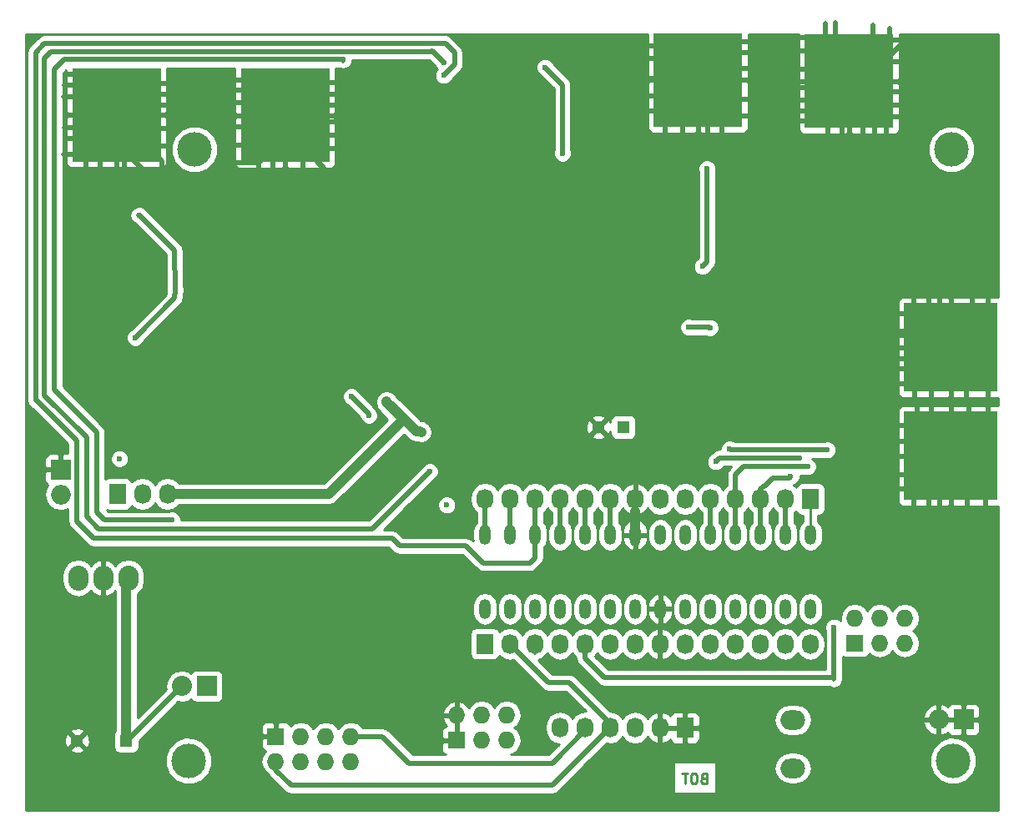
<source format=gbr>
G04 #@! TF.FileFunction,Copper,L2,Bot,Signal*
%FSLAX46Y46*%
G04 Gerber Fmt 4.6, Leading zero omitted, Abs format (unit mm)*
G04 Created by KiCad (PCBNEW 4.0.1-stable) date 11.07.2016 15:10:56*
%MOMM*%
G01*
G04 APERTURE LIST*
%ADD10C,0.100000*%
%ADD11C,0.250000*%
%ADD12O,1.200000X2.000000*%
%ADD13R,2.032000X2.032000*%
%ADD14O,2.032000X2.032000*%
%ADD15C,3.500000*%
%ADD16R,1.727200X1.727200*%
%ADD17O,1.727200X1.727200*%
%ADD18R,1.727200X2.032000*%
%ADD19O,1.727200X2.032000*%
%ADD20O,2.032000X2.540000*%
%ADD21O,2.499360X1.998980*%
%ADD22O,1.998980X1.998980*%
%ADD23R,1.998980X1.998980*%
%ADD24R,1.300000X1.300000*%
%ADD25C,1.300000*%
%ADD26R,9.000000X9.500000*%
%ADD27R,9.500000X9.000000*%
%ADD28C,0.600000*%
%ADD29C,0.500000*%
%ADD30C,1.000000*%
%ADD31C,0.254000*%
G04 APERTURE END LIST*
D10*
D11*
X127833333Y-120828571D02*
X127690476Y-120876190D01*
X127642857Y-120923810D01*
X127595238Y-121019048D01*
X127595238Y-121161905D01*
X127642857Y-121257143D01*
X127690476Y-121304762D01*
X127785714Y-121352381D01*
X128166667Y-121352381D01*
X128166667Y-120352381D01*
X127833333Y-120352381D01*
X127738095Y-120400000D01*
X127690476Y-120447619D01*
X127642857Y-120542857D01*
X127642857Y-120638095D01*
X127690476Y-120733333D01*
X127738095Y-120780952D01*
X127833333Y-120828571D01*
X128166667Y-120828571D01*
X126976191Y-120352381D02*
X126785714Y-120352381D01*
X126690476Y-120400000D01*
X126595238Y-120495238D01*
X126547619Y-120685714D01*
X126547619Y-121019048D01*
X126595238Y-121209524D01*
X126690476Y-121304762D01*
X126785714Y-121352381D01*
X126976191Y-121352381D01*
X127071429Y-121304762D01*
X127166667Y-121209524D01*
X127214286Y-121019048D01*
X127214286Y-120685714D01*
X127166667Y-120495238D01*
X127071429Y-120400000D01*
X126976191Y-120352381D01*
X126261905Y-120352381D02*
X125690476Y-120352381D01*
X125976191Y-121352381D02*
X125976191Y-120352381D01*
D12*
X105676700Y-96125500D03*
X105676700Y-103645500D03*
X108216700Y-96125500D03*
X108216700Y-103645500D03*
X110756700Y-96125500D03*
X110756700Y-103645500D03*
X113296700Y-96125500D03*
X113296700Y-103645500D03*
X115836700Y-96125500D03*
X115836700Y-103645500D03*
X118376700Y-96125500D03*
X118376700Y-103645500D03*
X120916700Y-96125500D03*
X120916700Y-103645500D03*
X123456700Y-96125500D03*
X123456700Y-103645500D03*
X125996700Y-96125500D03*
X125996700Y-103645500D03*
X128536700Y-96125500D03*
X128536700Y-103645500D03*
X131076700Y-96125500D03*
X131076700Y-103645500D03*
X133616700Y-96125500D03*
X133616700Y-103645500D03*
X136156700Y-96125500D03*
X136156700Y-103645500D03*
X138696700Y-96125500D03*
X138696700Y-103645500D03*
D13*
X77449680Y-111480600D03*
D14*
X74909680Y-111480600D03*
D15*
X153177240Y-119039640D03*
X75636880Y-119039640D03*
X76200000Y-57000000D03*
D16*
X143200000Y-107100000D03*
D17*
X143200000Y-104560000D03*
X145740000Y-107100000D03*
X145740000Y-104560000D03*
X148280000Y-107100000D03*
X148280000Y-104560000D03*
D16*
X84455000Y-116586000D03*
D17*
X84455000Y-119126000D03*
X86995000Y-116586000D03*
X86995000Y-119126000D03*
X89535000Y-116586000D03*
X89535000Y-119126000D03*
X92075000Y-116586000D03*
X92075000Y-119126000D03*
D18*
X125984000Y-115697000D03*
D19*
X123444000Y-115697000D03*
X120904000Y-115697000D03*
X118364000Y-115697000D03*
X115824000Y-115697000D03*
X113284000Y-115697000D03*
D20*
X66940000Y-100500000D03*
X69480000Y-100500000D03*
X64400000Y-100500000D03*
D21*
X136906000Y-119788940D03*
X136906000Y-114907060D03*
D18*
X105664000Y-107188000D03*
D19*
X108204000Y-107188000D03*
X110744000Y-107188000D03*
X113284000Y-107188000D03*
X115824000Y-107188000D03*
X118364000Y-107188000D03*
X120904000Y-107188000D03*
X123444000Y-107188000D03*
X125984000Y-107188000D03*
X128524000Y-107188000D03*
X131064000Y-107188000D03*
X133604000Y-107188000D03*
X136144000Y-107188000D03*
X138684000Y-107188000D03*
D18*
X138696700Y-92481400D03*
D19*
X136156700Y-92481400D03*
X133616700Y-92481400D03*
X131076700Y-92481400D03*
X128536700Y-92481400D03*
X125996700Y-92481400D03*
X123456700Y-92481400D03*
X120916700Y-92481400D03*
X118376700Y-92481400D03*
X115836700Y-92481400D03*
X113296700Y-92481400D03*
X110756700Y-92481400D03*
X108216700Y-92481400D03*
X105676700Y-92481400D03*
D22*
X62636400Y-92036900D03*
D23*
X62636400Y-89496900D03*
D24*
X119700000Y-85200000D03*
D25*
X117200000Y-85200000D03*
D13*
X154241500Y-114858800D03*
D14*
X151701500Y-114858800D03*
D18*
X68389500Y-91973400D03*
D19*
X70929500Y-91973400D03*
X73469500Y-91973400D03*
D16*
X102793800Y-116967000D03*
D17*
X102793800Y-114427000D03*
X105333800Y-116967000D03*
X105333800Y-114427000D03*
X107873800Y-116967000D03*
X107873800Y-114427000D03*
D15*
X153000000Y-57000000D03*
D24*
X69300000Y-117000000D03*
D25*
X64300000Y-117000000D03*
D26*
X142601600Y-50075200D03*
X85401600Y-53575200D03*
X127301600Y-49975200D03*
D27*
X152924800Y-88101600D03*
X152924800Y-77101600D03*
D26*
X68298400Y-53524800D03*
D28*
X68600000Y-88400000D03*
X101800000Y-93100000D03*
X140400000Y-87500000D03*
X130500000Y-87400000D03*
X141100000Y-105500000D03*
X128209040Y-58943240D03*
X127749300Y-68884800D03*
X126000000Y-84000000D03*
X133000000Y-82800000D03*
X131800000Y-73500000D03*
X113500000Y-80700000D03*
X105100000Y-50700000D03*
X72750000Y-82000000D03*
X87116920Y-85999320D03*
X98033840Y-95976440D03*
X83708240Y-89855040D03*
X99200000Y-53100000D03*
X95700000Y-82600000D03*
X97300000Y-84300000D03*
X99200000Y-85700000D03*
X73900000Y-94600000D03*
X137600000Y-88300000D03*
X129100000Y-88700000D03*
X91300000Y-47900000D03*
X70600000Y-63700000D03*
X74228960Y-71282560D03*
X70185280Y-76108560D03*
X138400000Y-89200000D03*
X136700000Y-90200000D03*
X93900000Y-84000000D03*
X92120720Y-82087720D03*
X101500000Y-49500000D03*
X101500000Y-48200000D03*
X100076000Y-89687400D03*
X128500000Y-75100000D03*
X126339600Y-75057000D03*
X113548160Y-57388760D03*
X111760000Y-48671480D03*
D29*
X130600000Y-87500000D02*
X140400000Y-87500000D01*
X130500000Y-87400000D02*
X130600000Y-87500000D01*
X141100000Y-105500000D02*
X141100000Y-110642400D01*
X141100000Y-110642400D02*
X141100000Y-110800000D01*
X141100000Y-110800000D02*
X141100000Y-110642400D01*
X115824000Y-107188000D02*
X115824000Y-108671360D01*
X117795040Y-110642400D02*
X141100000Y-110642400D01*
X115824000Y-108671360D02*
X117795040Y-110642400D01*
X128209040Y-68425060D02*
X128209040Y-58943240D01*
X127749300Y-68884800D02*
X128209040Y-68425060D01*
X72900000Y-59300000D02*
X72900000Y-58173600D01*
X72900000Y-58173600D02*
X68301600Y-53575200D01*
X63000000Y-54800000D02*
X67076800Y-54800000D01*
X67076800Y-54800000D02*
X68301600Y-53575200D01*
X62900000Y-57500000D02*
X64376800Y-57500000D01*
X64376800Y-57500000D02*
X68301600Y-53575200D01*
X63100000Y-49400000D02*
X64126400Y-49400000D01*
X64126400Y-49400000D02*
X68301600Y-53575200D01*
X63000000Y-50500000D02*
X65226400Y-50500000D01*
X65226400Y-50500000D02*
X68301600Y-53575200D01*
X62900000Y-51700000D02*
X66426400Y-51700000D01*
X66426400Y-51700000D02*
X68301600Y-53575200D01*
X63100000Y-55900000D02*
X65976800Y-55900000D01*
X65976800Y-55900000D02*
X68301600Y-53575200D01*
X65200000Y-59500000D02*
X65200000Y-56676800D01*
X65200000Y-56676800D02*
X68301600Y-53575200D01*
X66600000Y-59500000D02*
X66600000Y-55276800D01*
X66600000Y-55276800D02*
X68301600Y-53575200D01*
X69100000Y-59500000D02*
X69100000Y-54373600D01*
X69100000Y-54373600D02*
X68301600Y-53575200D01*
X68301600Y-53575200D02*
X68301600Y-56401600D01*
X68301600Y-56401600D02*
X71800000Y-59900000D01*
X73500000Y-56700000D02*
X71426400Y-56700000D01*
X71426400Y-56700000D02*
X68301600Y-53575200D01*
X73600000Y-54900000D02*
X69626400Y-54900000D01*
X69626400Y-54900000D02*
X68301600Y-53575200D01*
X74200000Y-52500000D02*
X69376800Y-52500000D01*
X69376800Y-52500000D02*
X68301600Y-53575200D01*
X74400000Y-50300000D02*
X71576800Y-50300000D01*
X71576800Y-50300000D02*
X68301600Y-53575200D01*
X74300000Y-51400000D02*
X70476800Y-51400000D01*
X70476800Y-51400000D02*
X68301600Y-53575200D01*
X131800000Y-73500000D02*
X131800000Y-73400000D01*
X151800000Y-93500000D02*
X151800000Y-89226400D01*
X151800000Y-89226400D02*
X152924800Y-88101600D01*
X156500000Y-93700000D02*
X156500000Y-91676800D01*
X156500000Y-91676800D02*
X152924800Y-88101600D01*
X154600000Y-93700000D02*
X154600000Y-89776800D01*
X154600000Y-89776800D02*
X152924800Y-88101600D01*
X150700000Y-93600000D02*
X150700000Y-90326400D01*
X150700000Y-90326400D02*
X152924800Y-88101600D01*
X149200000Y-93500000D02*
X149200000Y-91826400D01*
X149200000Y-91826400D02*
X152924800Y-88101600D01*
X147500000Y-91500000D02*
X149526400Y-91500000D01*
X149526400Y-91500000D02*
X152924800Y-88101600D01*
X147500000Y-90000000D02*
X151026400Y-90000000D01*
X151026400Y-90000000D02*
X152924800Y-88101600D01*
X147300000Y-85000000D02*
X149823200Y-85000000D01*
X149823200Y-85000000D02*
X152924800Y-88101600D01*
X147300000Y-86600000D02*
X151423200Y-86600000D01*
X151423200Y-86600000D02*
X152924800Y-88101600D01*
X147200000Y-75900000D02*
X151723200Y-75900000D01*
X151723200Y-75900000D02*
X152924800Y-77101600D01*
X146900000Y-78300000D02*
X151726400Y-78300000D01*
X151726400Y-78300000D02*
X152924800Y-77101600D01*
X151800000Y-71500000D02*
X151800000Y-75976800D01*
X151800000Y-75976800D02*
X152924800Y-77101600D01*
X156700000Y-71400000D02*
X156700000Y-73326400D01*
X156700000Y-73326400D02*
X152924800Y-77101600D01*
X155100000Y-71000000D02*
X155100000Y-74926400D01*
X155100000Y-74926400D02*
X152924800Y-77101600D01*
X150700000Y-71200000D02*
X150700000Y-74876800D01*
X150700000Y-74876800D02*
X152924800Y-77101600D01*
X149200000Y-71400000D02*
X149200000Y-73376800D01*
X149200000Y-73376800D02*
X152924800Y-77101600D01*
X147200000Y-73700000D02*
X149523200Y-73700000D01*
X149523200Y-73700000D02*
X152924800Y-77101600D01*
X147200000Y-75500000D02*
X151323200Y-75500000D01*
X151323200Y-75500000D02*
X152924800Y-77101600D01*
X147400000Y-79300000D02*
X150726400Y-79300000D01*
X150726400Y-79300000D02*
X152924800Y-77101600D01*
X147400000Y-80800000D02*
X149226400Y-80800000D01*
X149226400Y-80800000D02*
X152924800Y-77101600D01*
X156700000Y-84326400D02*
X156700000Y-82500000D01*
X156700000Y-82500000D02*
X156700000Y-80876800D01*
X156700000Y-84326400D02*
X152924800Y-88101600D01*
X154800000Y-82500000D02*
X154800000Y-86226400D01*
X154800000Y-86226400D02*
X152924800Y-88101600D01*
X151000000Y-86176800D02*
X151000000Y-82400000D01*
X151000000Y-82400000D02*
X151000000Y-79026400D01*
X151000000Y-86176800D02*
X152924800Y-88101600D01*
X149500000Y-82800000D02*
X149500000Y-84676800D01*
X149500000Y-84676800D02*
X152924800Y-88101600D01*
X156700000Y-80876800D02*
X152924800Y-77101600D01*
X154500000Y-82500000D02*
X154500000Y-78676800D01*
X154500000Y-78676800D02*
X152924800Y-77101600D01*
X149300000Y-82500000D02*
X149300000Y-80726400D01*
X149300000Y-80726400D02*
X152924800Y-77101600D01*
X151000000Y-79026400D02*
X152924800Y-77101600D01*
X148400000Y-51200000D02*
X143726400Y-51200000D01*
X143726400Y-51200000D02*
X142601600Y-50075200D01*
X137200000Y-53100000D02*
X139576800Y-53100000D01*
X139576800Y-53100000D02*
X142601600Y-50075200D01*
X144000000Y-56000000D02*
X144000000Y-51473600D01*
X144000000Y-51473600D02*
X142601600Y-50075200D01*
X145200000Y-56000000D02*
X145200000Y-52673600D01*
X145200000Y-52673600D02*
X142601600Y-50075200D01*
X133400000Y-48800000D02*
X128476800Y-48800000D01*
X128476800Y-48800000D02*
X127301600Y-49975200D01*
X133800000Y-47200000D02*
X130076800Y-47200000D01*
X130076800Y-47200000D02*
X127301600Y-49975200D01*
X132900000Y-46100000D02*
X131176800Y-46100000D01*
X131176800Y-46100000D02*
X127301600Y-49975200D01*
X121300000Y-46500000D02*
X123826400Y-46500000D01*
X123826400Y-46500000D02*
X127301600Y-49975200D01*
X121400000Y-47800000D02*
X125126400Y-47800000D01*
X125126400Y-47800000D02*
X127301600Y-49975200D01*
X121800000Y-49800000D02*
X127126400Y-49800000D01*
X127126400Y-49800000D02*
X127301600Y-49975200D01*
X121400000Y-51600000D02*
X125676800Y-51600000D01*
X125676800Y-51600000D02*
X127301600Y-49975200D01*
X120900000Y-53100000D02*
X124176800Y-53100000D01*
X124176800Y-53100000D02*
X127301600Y-49975200D01*
X124000000Y-55700000D02*
X124000000Y-53276800D01*
X124000000Y-53276800D02*
X127301600Y-49975200D01*
X125700000Y-55800000D02*
X125700000Y-51576800D01*
X125700000Y-51576800D02*
X127301600Y-49975200D01*
X128300000Y-55900000D02*
X128300000Y-50973600D01*
X128300000Y-50973600D02*
X127301600Y-49975200D01*
X129700000Y-55500000D02*
X129700000Y-52373600D01*
X129700000Y-52373600D02*
X127301600Y-49975200D01*
X133600000Y-53600000D02*
X130926400Y-53600000D01*
X130926400Y-53600000D02*
X127301600Y-49975200D01*
X133100000Y-51900000D02*
X129226400Y-51900000D01*
X129226400Y-51900000D02*
X127301600Y-49975200D01*
X137200000Y-50700000D02*
X141976800Y-50700000D01*
X141976800Y-50700000D02*
X142601600Y-50075200D01*
X137300000Y-45700000D02*
X138226400Y-45700000D01*
X138226400Y-45700000D02*
X142601600Y-50075200D01*
X148400000Y-45900000D02*
X146776800Y-45900000D01*
X146776800Y-45900000D02*
X142601600Y-50075200D01*
X142601600Y-50075200D02*
X144124800Y-50075200D01*
X144124800Y-50075200D02*
X147800000Y-46400000D01*
X147800000Y-48100000D02*
X144576800Y-48100000D01*
X144576800Y-48100000D02*
X142601600Y-50075200D01*
X91800000Y-55600000D02*
X87426400Y-55600000D01*
X87426400Y-55600000D02*
X85401600Y-53575200D01*
X79600000Y-54700000D02*
X84276800Y-54700000D01*
X84276800Y-54700000D02*
X85401600Y-53575200D01*
X91100000Y-50200000D02*
X88776800Y-50200000D01*
X88776800Y-50200000D02*
X85401600Y-53575200D01*
X91000000Y-51400000D02*
X87576800Y-51400000D01*
X87576800Y-51400000D02*
X85401600Y-53575200D01*
X80200000Y-50000000D02*
X81826400Y-50000000D01*
X81826400Y-50000000D02*
X85401600Y-53575200D01*
X79500000Y-51000000D02*
X82826400Y-51000000D01*
X82826400Y-51000000D02*
X85401600Y-53575200D01*
X80100000Y-53600000D02*
X83999000Y-53600000D01*
X83999000Y-53600000D02*
X85749200Y-55350200D01*
X79300000Y-52300000D02*
X82699000Y-52300000D01*
X82699000Y-52300000D02*
X85749200Y-55350200D01*
X82600000Y-49900000D02*
X82600000Y-52201000D01*
X82600000Y-52201000D02*
X85749200Y-55350200D01*
X84500000Y-49800000D02*
X84500000Y-54101000D01*
X84500000Y-54101000D02*
X85749200Y-55350200D01*
X86800000Y-49600000D02*
X86800000Y-54299400D01*
X86800000Y-54299400D02*
X85749200Y-55350200D01*
X88700000Y-49500000D02*
X88700000Y-52399400D01*
X88700000Y-52399400D02*
X85749200Y-55350200D01*
X91600000Y-52500000D02*
X88599400Y-52500000D01*
X88599400Y-52500000D02*
X85749200Y-55350200D01*
X91400000Y-54200000D02*
X86899400Y-54200000D01*
X86899400Y-54200000D02*
X85749200Y-55350200D01*
X92100000Y-56900000D02*
X87299000Y-56900000D01*
X87299000Y-56900000D02*
X85749200Y-55350200D01*
X91300000Y-59300000D02*
X89699000Y-59300000D01*
X89699000Y-59300000D02*
X85749200Y-55350200D01*
X89300000Y-61200000D02*
X89300000Y-58901000D01*
X89300000Y-58901000D02*
X85749200Y-55350200D01*
X87200000Y-61000000D02*
X87200000Y-56801000D01*
X87200000Y-56801000D02*
X85749200Y-55350200D01*
X84200000Y-61200000D02*
X84200000Y-56899400D01*
X84200000Y-56899400D02*
X85749200Y-55350200D01*
X82700000Y-61000000D02*
X82700000Y-58399400D01*
X82700000Y-58399400D02*
X85749200Y-55350200D01*
X80000000Y-58400000D02*
X82699400Y-58400000D01*
X82699400Y-58400000D02*
X85749200Y-55350200D01*
X80000000Y-56600000D02*
X84499400Y-56600000D01*
X84499400Y-56600000D02*
X85749200Y-55350200D01*
X146400000Y-56100000D02*
X146400000Y-53401000D01*
X146400000Y-53401000D02*
X143149200Y-50150200D01*
X149300000Y-53700000D02*
X146699000Y-53700000D01*
X146699000Y-53700000D02*
X143149200Y-50150200D01*
X146700000Y-44700000D02*
X146700000Y-46599400D01*
X146700000Y-46599400D02*
X143149200Y-50150200D01*
X145000000Y-44400000D02*
X145000000Y-48299400D01*
X145000000Y-48299400D02*
X143149200Y-50150200D01*
X141200000Y-44100000D02*
X141200000Y-48201000D01*
X141200000Y-48201000D02*
X143149200Y-50150200D01*
X140200000Y-44200000D02*
X140200000Y-47201000D01*
X140200000Y-47201000D02*
X143149200Y-50150200D01*
X136700000Y-47000000D02*
X139999000Y-47000000D01*
X139999000Y-47000000D02*
X143149200Y-50150200D01*
X137400000Y-48900000D02*
X141899000Y-48900000D01*
X141899000Y-48900000D02*
X143149200Y-50150200D01*
X136900000Y-52000000D02*
X141299400Y-52000000D01*
X141299400Y-52000000D02*
X143149200Y-50150200D01*
X137400000Y-54100000D02*
X139199400Y-54100000D01*
X139199400Y-54100000D02*
X143149200Y-50150200D01*
X140500000Y-56500000D02*
X140500000Y-52799400D01*
X140500000Y-52799400D02*
X143149200Y-50150200D01*
X141900000Y-56300000D02*
X141900000Y-51399400D01*
X141900000Y-51399400D02*
X143149200Y-50150200D01*
X149500000Y-52500000D02*
X145499000Y-52500000D01*
X145499000Y-52500000D02*
X143149200Y-50150200D01*
X143149200Y-50150200D02*
X147750200Y-50150200D01*
X147750200Y-50150200D02*
X143149200Y-50150200D01*
D30*
X120904000Y-96774000D02*
X120904000Y-93776000D01*
D29*
X87116920Y-85999320D02*
X87116920Y-86446360D01*
X87116920Y-86446360D02*
X83708240Y-89855040D01*
X83652360Y-89799160D02*
X83540600Y-89799160D01*
X83708240Y-89855040D02*
X83652360Y-89799160D01*
X120916700Y-96125500D02*
X120916700Y-92481400D01*
D30*
X97300000Y-84300000D02*
X95700000Y-82700000D01*
X95700000Y-82700000D02*
X95700000Y-82600000D01*
X73469500Y-91973400D02*
X89826600Y-91973400D01*
X89826600Y-91973400D02*
X97400000Y-84400000D01*
X99100000Y-85600000D02*
X99200000Y-85700000D01*
X98700000Y-85600000D02*
X99100000Y-85600000D01*
X96100000Y-83000000D02*
X98700000Y-85600000D01*
D29*
X91300000Y-47900000D02*
X63000000Y-47900000D01*
X63000000Y-47900000D02*
X62000000Y-48900000D01*
X62000000Y-48900000D02*
X62000000Y-81400000D01*
X62000000Y-81400000D02*
X66300000Y-85700000D01*
X66300000Y-85700000D02*
X66300000Y-93800000D01*
X66300000Y-93800000D02*
X67100000Y-94600000D01*
X67100000Y-94600000D02*
X73900000Y-94600000D01*
D30*
X69300000Y-117000000D02*
X69300000Y-100680000D01*
X69300000Y-100680000D02*
X69480000Y-100500000D01*
D29*
X129500000Y-88300000D02*
X137600000Y-88300000D01*
X129100000Y-88700000D02*
X129500000Y-88300000D01*
X69300000Y-117000000D02*
X69390280Y-117000000D01*
X69390280Y-117000000D02*
X74909680Y-111480600D01*
X91300000Y-47900000D02*
X91300000Y-48000000D01*
X91300000Y-48000000D02*
X91300000Y-47900000D01*
X91300000Y-47900000D02*
X91300000Y-48000000D01*
D30*
X125984000Y-92468700D02*
X125996700Y-92481400D01*
D29*
X70554280Y-63700000D02*
X70615240Y-63700000D01*
X70600000Y-63700000D02*
X70554280Y-63700000D01*
X74228960Y-71282560D02*
X74208640Y-67279520D01*
X70615240Y-63700000D02*
X70503480Y-63700000D01*
X74208640Y-67279520D02*
X70615240Y-63700000D01*
X74208640Y-72085200D02*
X74228960Y-71282560D01*
X70185280Y-76108560D02*
X74208640Y-72085200D01*
X105676700Y-96125500D02*
X105676700Y-92481400D01*
X118376700Y-96125500D02*
X118376700Y-92481400D01*
X128536700Y-96125500D02*
X128536700Y-92481400D01*
X131076700Y-92481400D02*
X131076700Y-90023300D01*
X131076700Y-90023300D02*
X131900000Y-89200000D01*
X131900000Y-89200000D02*
X138400000Y-89200000D01*
X131900000Y-89200000D02*
X131076700Y-90023300D01*
X131076700Y-92481400D02*
X131268600Y-92481400D01*
X131076700Y-96125500D02*
X131076700Y-92481400D01*
X134000000Y-91200000D02*
X134000000Y-91100000D01*
X134850000Y-90350000D02*
X134000000Y-91200000D01*
X136550000Y-90350000D02*
X134850000Y-90350000D01*
X136700000Y-90200000D02*
X136550000Y-90350000D01*
X133616700Y-92481400D02*
X133616700Y-91483300D01*
X133616700Y-91483300D02*
X134000000Y-91100000D01*
X133616700Y-96125500D02*
X133616700Y-92481400D01*
X136156700Y-96125500D02*
X136156700Y-92481400D01*
D11*
X138696700Y-96125500D02*
X138696700Y-92481400D01*
D29*
X133756400Y-107340400D02*
X133604000Y-107188000D01*
X115836700Y-96125500D02*
X115836700Y-92481400D01*
X93900000Y-83888240D02*
X93900000Y-84000000D01*
X92120720Y-82087720D02*
X93900000Y-83888240D01*
X108216700Y-96125500D02*
X108216700Y-92481400D01*
X64250000Y-88000000D02*
X64250000Y-86550000D01*
X60200000Y-82500000D02*
X60100000Y-82500000D01*
X64250000Y-86550000D02*
X60200000Y-82500000D01*
X101500000Y-49500000D02*
X102600000Y-48400000D01*
X60100000Y-47150000D02*
X60100000Y-82500000D01*
X61000000Y-46250000D02*
X60100000Y-47150000D01*
X101650000Y-46250000D02*
X61000000Y-46250000D01*
X102600000Y-47200000D02*
X101650000Y-46250000D01*
X102600000Y-48400000D02*
X102600000Y-47200000D01*
X64250000Y-88000000D02*
X64250000Y-94750000D01*
X64250000Y-94750000D02*
X66000000Y-96500000D01*
X66000000Y-96500000D02*
X96250000Y-96500000D01*
X96250000Y-96500000D02*
X97000000Y-97250000D01*
X97000000Y-97250000D02*
X103750000Y-97250000D01*
X110756700Y-98493300D02*
X110756700Y-96125500D01*
X110250000Y-99000000D02*
X110756700Y-98493300D01*
X105500000Y-99000000D02*
X110250000Y-99000000D01*
X103750000Y-97250000D02*
X105500000Y-99000000D01*
X110756700Y-96125500D02*
X110756700Y-92481400D01*
X113296700Y-96125500D02*
X113296700Y-92481400D01*
X92075000Y-116586000D02*
X95290640Y-116586000D01*
X112506760Y-119293640D02*
X115824000Y-115976400D01*
X97998280Y-119293640D02*
X112506760Y-119293640D01*
X95290640Y-116586000D02*
X97998280Y-119293640D01*
D11*
X115824000Y-115976400D02*
X115824000Y-115697000D01*
D29*
X110744000Y-107188000D02*
X110744000Y-108077000D01*
X115824000Y-115697000D02*
X115824000Y-115824000D01*
X84455000Y-119126000D02*
X84455000Y-120015000D01*
X112496600Y-121564400D02*
X118364000Y-115697000D01*
X86004400Y-121564400D02*
X112496600Y-121564400D01*
X84455000Y-120015000D02*
X86004400Y-121564400D01*
X118364000Y-115697000D02*
X118364000Y-115252500D01*
X118364000Y-115252500D02*
X114236500Y-111125000D01*
X112141000Y-111125000D02*
X108204000Y-107188000D01*
X114236500Y-111125000D02*
X112141000Y-111125000D01*
X118364000Y-115697000D02*
X118364000Y-115824000D01*
X65250000Y-86500000D02*
X65250000Y-86249998D01*
X65250000Y-86249998D02*
X61000000Y-81999998D01*
X100200000Y-47100000D02*
X100200000Y-47100000D01*
X100300000Y-47000000D02*
X100200000Y-47100000D01*
X101500000Y-48200000D02*
X100300000Y-47000000D01*
X94263400Y-95500000D02*
X100076000Y-89687400D01*
X66500000Y-95500000D02*
X94263400Y-95500000D01*
X65250000Y-94250000D02*
X66500000Y-95500000D01*
X65250000Y-86500000D02*
X65250000Y-94250000D01*
X61000000Y-47750000D02*
X61000000Y-81999998D01*
X100200000Y-47100000D02*
X61650000Y-47100000D01*
X61650000Y-47100000D02*
X61000000Y-47750000D01*
D11*
X100076000Y-89687400D02*
X100012500Y-89687400D01*
X100012500Y-89687400D02*
X100076000Y-89687400D01*
X100076000Y-89687400D02*
X100012500Y-89687400D01*
D29*
X128457000Y-75057000D02*
X126339600Y-75057000D01*
X128500000Y-75100000D02*
X128457000Y-75057000D01*
X113548160Y-50459640D02*
X113548160Y-57388760D01*
X111760000Y-48671480D02*
X113548160Y-50459640D01*
D31*
G36*
X122166600Y-49689450D02*
X122325350Y-49848200D01*
X127174600Y-49848200D01*
X127174600Y-49828200D01*
X127428600Y-49828200D01*
X127428600Y-49848200D01*
X132277850Y-49848200D01*
X132436600Y-49689450D01*
X132436600Y-45364000D01*
X137466600Y-45364000D01*
X137466600Y-49789450D01*
X137625350Y-49948200D01*
X142474600Y-49948200D01*
X142474600Y-49928200D01*
X142728600Y-49928200D01*
X142728600Y-49948200D01*
X147577850Y-49948200D01*
X147736600Y-49789450D01*
X147736600Y-45364000D01*
X157760000Y-45364000D01*
X157760000Y-71966600D01*
X153210550Y-71966600D01*
X153051800Y-72125350D01*
X153051800Y-76974600D01*
X153071800Y-76974600D01*
X153071800Y-77228600D01*
X153051800Y-77228600D01*
X153051800Y-82077850D01*
X153210550Y-82236600D01*
X157760000Y-82236600D01*
X157760000Y-82966600D01*
X153210550Y-82966600D01*
X153051800Y-83125350D01*
X153051800Y-87974600D01*
X153071800Y-87974600D01*
X153071800Y-88228600D01*
X153051800Y-88228600D01*
X153051800Y-93077850D01*
X153210550Y-93236600D01*
X157760000Y-93236600D01*
X157760000Y-124044000D01*
X59080000Y-124044000D01*
X59080000Y-119511965D01*
X73251467Y-119511965D01*
X73613796Y-120388869D01*
X74284122Y-121060366D01*
X75160393Y-121424225D01*
X76109205Y-121425053D01*
X76986109Y-121062724D01*
X77657606Y-120392398D01*
X78021465Y-119516127D01*
X78021805Y-119126000D01*
X82927041Y-119126000D01*
X83041115Y-119699489D01*
X83365971Y-120185670D01*
X83653465Y-120377767D01*
X83742171Y-120510526D01*
X83829210Y-120640790D01*
X85378608Y-122190187D01*
X85378610Y-122190190D01*
X85665725Y-122382033D01*
X86004400Y-122449400D01*
X112496595Y-122449400D01*
X112496600Y-122449401D01*
X112779084Y-122393210D01*
X112835275Y-122382033D01*
X113122390Y-122190190D01*
X113122391Y-122190189D01*
X116122579Y-119190000D01*
X124835238Y-119190000D01*
X124835238Y-122360000D01*
X129164762Y-122360000D01*
X129164762Y-119788940D01*
X134984397Y-119788940D01*
X135108815Y-120414432D01*
X135463128Y-120944699D01*
X135993395Y-121299012D01*
X136618887Y-121423430D01*
X137193113Y-121423430D01*
X137818605Y-121299012D01*
X138348872Y-120944699D01*
X138703185Y-120414432D01*
X138827603Y-119788940D01*
X138772510Y-119511965D01*
X150791827Y-119511965D01*
X151154156Y-120388869D01*
X151824482Y-121060366D01*
X152700753Y-121424225D01*
X153649565Y-121425053D01*
X154526469Y-121062724D01*
X155197966Y-120392398D01*
X155561825Y-119516127D01*
X155562653Y-118567315D01*
X155200324Y-117690411D01*
X154529998Y-117018914D01*
X153653727Y-116655055D01*
X152704915Y-116654227D01*
X151828011Y-117016556D01*
X151156514Y-117686882D01*
X150792655Y-118563153D01*
X150791827Y-119511965D01*
X138772510Y-119511965D01*
X138703185Y-119163448D01*
X138348872Y-118633181D01*
X137818605Y-118278868D01*
X137193113Y-118154450D01*
X136618887Y-118154450D01*
X135993395Y-118278868D01*
X135463128Y-118633181D01*
X135108815Y-119163448D01*
X134984397Y-119788940D01*
X129164762Y-119788940D01*
X129164762Y-119190000D01*
X124835238Y-119190000D01*
X116122579Y-119190000D01*
X118003869Y-117308710D01*
X118364000Y-117380345D01*
X118937489Y-117266271D01*
X119423670Y-116941415D01*
X119634000Y-116626634D01*
X119844330Y-116941415D01*
X120330511Y-117266271D01*
X120904000Y-117380345D01*
X121477489Y-117266271D01*
X121963670Y-116941415D01*
X122170461Y-116631931D01*
X122541964Y-117047732D01*
X123069209Y-117301709D01*
X123084974Y-117304358D01*
X123317000Y-117183217D01*
X123317000Y-115824000D01*
X123571000Y-115824000D01*
X123571000Y-117183217D01*
X123803026Y-117304358D01*
X123818791Y-117301709D01*
X124346036Y-117047732D01*
X124500241Y-116875139D01*
X124582073Y-117072699D01*
X124760702Y-117251327D01*
X124994091Y-117348000D01*
X125698250Y-117348000D01*
X125857000Y-117189250D01*
X125857000Y-115824000D01*
X126111000Y-115824000D01*
X126111000Y-117189250D01*
X126269750Y-117348000D01*
X126973909Y-117348000D01*
X127207298Y-117251327D01*
X127385927Y-117072699D01*
X127482600Y-116839310D01*
X127482600Y-115982750D01*
X127323850Y-115824000D01*
X126111000Y-115824000D01*
X125857000Y-115824000D01*
X123571000Y-115824000D01*
X123317000Y-115824000D01*
X123297000Y-115824000D01*
X123297000Y-115570000D01*
X123317000Y-115570000D01*
X123317000Y-114210783D01*
X123571000Y-114210783D01*
X123571000Y-115570000D01*
X125857000Y-115570000D01*
X125857000Y-114204750D01*
X126111000Y-114204750D01*
X126111000Y-115570000D01*
X127323850Y-115570000D01*
X127482600Y-115411250D01*
X127482600Y-114907060D01*
X134984397Y-114907060D01*
X135108815Y-115532552D01*
X135463128Y-116062819D01*
X135993395Y-116417132D01*
X136618887Y-116541550D01*
X137193113Y-116541550D01*
X137818605Y-116417132D01*
X138348872Y-116062819D01*
X138703185Y-115532552D01*
X138761029Y-115241746D01*
X150095517Y-115241746D01*
X150364312Y-115827179D01*
X150836682Y-116265185D01*
X151318556Y-116464775D01*
X151574500Y-116345636D01*
X151574500Y-114985800D01*
X151828500Y-114985800D01*
X151828500Y-116345636D01*
X152084444Y-116464775D01*
X152566318Y-116265185D01*
X152662820Y-116175704D01*
X152687173Y-116234498D01*
X152865801Y-116413127D01*
X153099190Y-116509800D01*
X153955750Y-116509800D01*
X154114500Y-116351050D01*
X154114500Y-114985800D01*
X154368500Y-114985800D01*
X154368500Y-116351050D01*
X154527250Y-116509800D01*
X155383810Y-116509800D01*
X155617199Y-116413127D01*
X155795827Y-116234498D01*
X155892500Y-116001109D01*
X155892500Y-115144550D01*
X155733750Y-114985800D01*
X154368500Y-114985800D01*
X154114500Y-114985800D01*
X151828500Y-114985800D01*
X151574500Y-114985800D01*
X150214133Y-114985800D01*
X150095517Y-115241746D01*
X138761029Y-115241746D01*
X138827603Y-114907060D01*
X138741831Y-114475854D01*
X150095517Y-114475854D01*
X150214133Y-114731800D01*
X151574500Y-114731800D01*
X151574500Y-113371964D01*
X151828500Y-113371964D01*
X151828500Y-114731800D01*
X154114500Y-114731800D01*
X154114500Y-113366550D01*
X154368500Y-113366550D01*
X154368500Y-114731800D01*
X155733750Y-114731800D01*
X155892500Y-114573050D01*
X155892500Y-113716491D01*
X155795827Y-113483102D01*
X155617199Y-113304473D01*
X155383810Y-113207800D01*
X154527250Y-113207800D01*
X154368500Y-113366550D01*
X154114500Y-113366550D01*
X153955750Y-113207800D01*
X153099190Y-113207800D01*
X152865801Y-113304473D01*
X152687173Y-113483102D01*
X152662820Y-113541896D01*
X152566318Y-113452415D01*
X152084444Y-113252825D01*
X151828500Y-113371964D01*
X151574500Y-113371964D01*
X151318556Y-113252825D01*
X150836682Y-113452415D01*
X150364312Y-113890421D01*
X150095517Y-114475854D01*
X138741831Y-114475854D01*
X138703185Y-114281568D01*
X138348872Y-113751301D01*
X137818605Y-113396988D01*
X137193113Y-113272570D01*
X136618887Y-113272570D01*
X135993395Y-113396988D01*
X135463128Y-113751301D01*
X135108815Y-114281568D01*
X134984397Y-114907060D01*
X127482600Y-114907060D01*
X127482600Y-114554690D01*
X127385927Y-114321301D01*
X127207298Y-114142673D01*
X126973909Y-114046000D01*
X126269750Y-114046000D01*
X126111000Y-114204750D01*
X125857000Y-114204750D01*
X125698250Y-114046000D01*
X124994091Y-114046000D01*
X124760702Y-114142673D01*
X124582073Y-114321301D01*
X124500241Y-114518861D01*
X124346036Y-114346268D01*
X123818791Y-114092291D01*
X123803026Y-114089642D01*
X123571000Y-114210783D01*
X123317000Y-114210783D01*
X123084974Y-114089642D01*
X123069209Y-114092291D01*
X122541964Y-114346268D01*
X122170461Y-114762069D01*
X121963670Y-114452585D01*
X121477489Y-114127729D01*
X120904000Y-114013655D01*
X120330511Y-114127729D01*
X119844330Y-114452585D01*
X119634000Y-114767366D01*
X119423670Y-114452585D01*
X118937489Y-114127729D01*
X118379896Y-114016817D01*
X114862290Y-110499210D01*
X114810492Y-110464600D01*
X114575175Y-110307367D01*
X114518984Y-110296190D01*
X114236500Y-110239999D01*
X114236495Y-110240000D01*
X112507579Y-110240000D01*
X111130354Y-108862775D01*
X111275860Y-108765551D01*
X111317489Y-108757271D01*
X111803670Y-108432415D01*
X112014000Y-108117634D01*
X112224330Y-108432415D01*
X112710511Y-108757271D01*
X113284000Y-108871345D01*
X113857489Y-108757271D01*
X114343670Y-108432415D01*
X114554000Y-108117634D01*
X114764330Y-108432415D01*
X114939000Y-108549126D01*
X114939000Y-108671355D01*
X114938999Y-108671360D01*
X114983412Y-108894633D01*
X115006367Y-109010035D01*
X115198210Y-109297150D01*
X117169248Y-111268187D01*
X117169250Y-111268190D01*
X117456365Y-111460033D01*
X117795040Y-111527400D01*
X140626281Y-111527400D01*
X140761325Y-111617633D01*
X141100000Y-111685000D01*
X141438675Y-111617633D01*
X141725790Y-111425790D01*
X141917633Y-111138675D01*
X141985000Y-110800000D01*
X141985000Y-108492039D01*
X142084510Y-108560031D01*
X142336400Y-108611040D01*
X144063600Y-108611040D01*
X144298917Y-108566762D01*
X144515041Y-108427690D01*
X144660031Y-108215490D01*
X144668864Y-108171869D01*
X144680330Y-108189029D01*
X145166511Y-108513885D01*
X145740000Y-108627959D01*
X146313489Y-108513885D01*
X146799670Y-108189029D01*
X147010000Y-107874248D01*
X147220330Y-108189029D01*
X147706511Y-108513885D01*
X148280000Y-108627959D01*
X148853489Y-108513885D01*
X149339670Y-108189029D01*
X149664526Y-107702848D01*
X149778600Y-107129359D01*
X149778600Y-107070641D01*
X149664526Y-106497152D01*
X149339670Y-106010971D01*
X149068828Y-105830000D01*
X149339670Y-105649029D01*
X149664526Y-105162848D01*
X149778600Y-104589359D01*
X149778600Y-104530641D01*
X149664526Y-103957152D01*
X149339670Y-103470971D01*
X148853489Y-103146115D01*
X148280000Y-103032041D01*
X147706511Y-103146115D01*
X147220330Y-103470971D01*
X147010000Y-103785752D01*
X146799670Y-103470971D01*
X146313489Y-103146115D01*
X145740000Y-103032041D01*
X145166511Y-103146115D01*
X144680330Y-103470971D01*
X144470000Y-103785752D01*
X144259670Y-103470971D01*
X143773489Y-103146115D01*
X143200000Y-103032041D01*
X142626511Y-103146115D01*
X142140330Y-103470971D01*
X141815474Y-103957152D01*
X141701400Y-104530641D01*
X141701400Y-104589359D01*
X141748510Y-104826198D01*
X141630327Y-104707808D01*
X141286799Y-104565162D01*
X140914833Y-104564838D01*
X140571057Y-104706883D01*
X140307808Y-104969673D01*
X140165162Y-105313201D01*
X140164838Y-105685167D01*
X140215000Y-105806569D01*
X140215000Y-109757400D01*
X118161619Y-109757400D01*
X116855474Y-108451255D01*
X116883670Y-108432415D01*
X117094000Y-108117634D01*
X117304330Y-108432415D01*
X117790511Y-108757271D01*
X118364000Y-108871345D01*
X118937489Y-108757271D01*
X119423670Y-108432415D01*
X119634000Y-108117634D01*
X119844330Y-108432415D01*
X120330511Y-108757271D01*
X120904000Y-108871345D01*
X121477489Y-108757271D01*
X121963670Y-108432415D01*
X122170461Y-108122931D01*
X122541964Y-108538732D01*
X123069209Y-108792709D01*
X123084974Y-108795358D01*
X123317000Y-108674217D01*
X123317000Y-107315000D01*
X123297000Y-107315000D01*
X123297000Y-107061000D01*
X123317000Y-107061000D01*
X123317000Y-105701783D01*
X123571000Y-105701783D01*
X123571000Y-107061000D01*
X123591000Y-107061000D01*
X123591000Y-107315000D01*
X123571000Y-107315000D01*
X123571000Y-108674217D01*
X123803026Y-108795358D01*
X123818791Y-108792709D01*
X124346036Y-108538732D01*
X124717539Y-108122931D01*
X124924330Y-108432415D01*
X125410511Y-108757271D01*
X125984000Y-108871345D01*
X126557489Y-108757271D01*
X127043670Y-108432415D01*
X127254000Y-108117634D01*
X127464330Y-108432415D01*
X127950511Y-108757271D01*
X128524000Y-108871345D01*
X129097489Y-108757271D01*
X129583670Y-108432415D01*
X129794000Y-108117634D01*
X130004330Y-108432415D01*
X130490511Y-108757271D01*
X131064000Y-108871345D01*
X131637489Y-108757271D01*
X132123670Y-108432415D01*
X132334000Y-108117634D01*
X132544330Y-108432415D01*
X133030511Y-108757271D01*
X133604000Y-108871345D01*
X134177489Y-108757271D01*
X134663670Y-108432415D01*
X134874000Y-108117634D01*
X135084330Y-108432415D01*
X135570511Y-108757271D01*
X136144000Y-108871345D01*
X136717489Y-108757271D01*
X137203670Y-108432415D01*
X137414000Y-108117634D01*
X137624330Y-108432415D01*
X138110511Y-108757271D01*
X138684000Y-108871345D01*
X139257489Y-108757271D01*
X139743670Y-108432415D01*
X140068526Y-107946234D01*
X140182600Y-107372745D01*
X140182600Y-107003255D01*
X140068526Y-106429766D01*
X139743670Y-105943585D01*
X139257489Y-105618729D01*
X138684000Y-105504655D01*
X138110511Y-105618729D01*
X137624330Y-105943585D01*
X137414000Y-106258366D01*
X137203670Y-105943585D01*
X136717489Y-105618729D01*
X136144000Y-105504655D01*
X135570511Y-105618729D01*
X135084330Y-105943585D01*
X134874000Y-106258366D01*
X134663670Y-105943585D01*
X134177489Y-105618729D01*
X133604000Y-105504655D01*
X133030511Y-105618729D01*
X132544330Y-105943585D01*
X132334000Y-106258366D01*
X132123670Y-105943585D01*
X131637489Y-105618729D01*
X131064000Y-105504655D01*
X130490511Y-105618729D01*
X130004330Y-105943585D01*
X129794000Y-106258366D01*
X129583670Y-105943585D01*
X129097489Y-105618729D01*
X128524000Y-105504655D01*
X127950511Y-105618729D01*
X127464330Y-105943585D01*
X127254000Y-106258366D01*
X127043670Y-105943585D01*
X126557489Y-105618729D01*
X125984000Y-105504655D01*
X125410511Y-105618729D01*
X124924330Y-105943585D01*
X124717539Y-106253069D01*
X124346036Y-105837268D01*
X123818791Y-105583291D01*
X123803026Y-105580642D01*
X123571000Y-105701783D01*
X123317000Y-105701783D01*
X123084974Y-105580642D01*
X123069209Y-105583291D01*
X122541964Y-105837268D01*
X122170461Y-106253069D01*
X121963670Y-105943585D01*
X121477489Y-105618729D01*
X120904000Y-105504655D01*
X120330511Y-105618729D01*
X119844330Y-105943585D01*
X119634000Y-106258366D01*
X119423670Y-105943585D01*
X118937489Y-105618729D01*
X118364000Y-105504655D01*
X117790511Y-105618729D01*
X117304330Y-105943585D01*
X117094000Y-106258366D01*
X116883670Y-105943585D01*
X116397489Y-105618729D01*
X115824000Y-105504655D01*
X115250511Y-105618729D01*
X114764330Y-105943585D01*
X114554000Y-106258366D01*
X114343670Y-105943585D01*
X113857489Y-105618729D01*
X113284000Y-105504655D01*
X112710511Y-105618729D01*
X112224330Y-105943585D01*
X112014000Y-106258366D01*
X111803670Y-105943585D01*
X111317489Y-105618729D01*
X110744000Y-105504655D01*
X110170511Y-105618729D01*
X109684330Y-105943585D01*
X109474000Y-106258366D01*
X109263670Y-105943585D01*
X108777489Y-105618729D01*
X108204000Y-105504655D01*
X107630511Y-105618729D01*
X107144330Y-105943585D01*
X107134757Y-105957913D01*
X107130762Y-105936683D01*
X106991690Y-105720559D01*
X106779490Y-105575569D01*
X106527600Y-105524560D01*
X104800400Y-105524560D01*
X104565083Y-105568838D01*
X104348959Y-105707910D01*
X104203969Y-105920110D01*
X104152960Y-106172000D01*
X104152960Y-108204000D01*
X104197238Y-108439317D01*
X104336310Y-108655441D01*
X104548510Y-108800431D01*
X104800400Y-108851440D01*
X106527600Y-108851440D01*
X106762917Y-108807162D01*
X106979041Y-108668090D01*
X107124031Y-108455890D01*
X107132400Y-108414561D01*
X107144330Y-108432415D01*
X107630511Y-108757271D01*
X108204000Y-108871345D01*
X108564131Y-108799711D01*
X111515208Y-111750787D01*
X111515210Y-111750790D01*
X111802325Y-111942633D01*
X111858516Y-111953810D01*
X112141000Y-112010001D01*
X112141005Y-112010000D01*
X113869920Y-112010000D01*
X115885885Y-114025965D01*
X115824000Y-114013655D01*
X115250511Y-114127729D01*
X114764330Y-114452585D01*
X114554000Y-114767366D01*
X114343670Y-114452585D01*
X113857489Y-114127729D01*
X113284000Y-114013655D01*
X112710511Y-114127729D01*
X112224330Y-114452585D01*
X111899474Y-114938766D01*
X111785400Y-115512255D01*
X111785400Y-115881745D01*
X111899474Y-116455234D01*
X112224330Y-116941415D01*
X112710511Y-117266271D01*
X113187642Y-117361178D01*
X112140180Y-118408640D01*
X108307755Y-118408640D01*
X108447289Y-118380885D01*
X108933470Y-118056029D01*
X109258326Y-117569848D01*
X109372400Y-116996359D01*
X109372400Y-116937641D01*
X109258326Y-116364152D01*
X108933470Y-115877971D01*
X108662628Y-115697000D01*
X108933470Y-115516029D01*
X109258326Y-115029848D01*
X109372400Y-114456359D01*
X109372400Y-114397641D01*
X109258326Y-113824152D01*
X108933470Y-113337971D01*
X108447289Y-113013115D01*
X107873800Y-112899041D01*
X107300311Y-113013115D01*
X106814130Y-113337971D01*
X106603800Y-113652752D01*
X106393470Y-113337971D01*
X105907289Y-113013115D01*
X105333800Y-112899041D01*
X104760311Y-113013115D01*
X104274130Y-113337971D01*
X104058136Y-113661228D01*
X104000621Y-113538510D01*
X103568747Y-113144312D01*
X103152826Y-112972042D01*
X102920800Y-113093183D01*
X102920800Y-114300000D01*
X102940800Y-114300000D01*
X102940800Y-114554000D01*
X102920800Y-114554000D01*
X102920800Y-116840000D01*
X102940800Y-116840000D01*
X102940800Y-117094000D01*
X102920800Y-117094000D01*
X102920800Y-117114000D01*
X102666800Y-117114000D01*
X102666800Y-117094000D01*
X101453950Y-117094000D01*
X101295200Y-117252750D01*
X101295200Y-117956909D01*
X101391873Y-118190298D01*
X101570501Y-118368927D01*
X101666377Y-118408640D01*
X98364859Y-118408640D01*
X95933311Y-115977091D01*
X101295200Y-115977091D01*
X101295200Y-116681250D01*
X101453950Y-116840000D01*
X102666800Y-116840000D01*
X102666800Y-114554000D01*
X101459331Y-114554000D01*
X101338832Y-114786027D01*
X101586979Y-115315490D01*
X101769919Y-115482471D01*
X101570501Y-115565073D01*
X101391873Y-115743702D01*
X101295200Y-115977091D01*
X95933311Y-115977091D01*
X95916430Y-115960210D01*
X95824162Y-115898559D01*
X95629315Y-115768367D01*
X95554921Y-115753569D01*
X95290640Y-115700999D01*
X95290635Y-115701000D01*
X93280740Y-115701000D01*
X93164029Y-115526330D01*
X92677848Y-115201474D01*
X92104359Y-115087400D01*
X92045641Y-115087400D01*
X91472152Y-115201474D01*
X90985971Y-115526330D01*
X90805000Y-115797172D01*
X90624029Y-115526330D01*
X90137848Y-115201474D01*
X89564359Y-115087400D01*
X89505641Y-115087400D01*
X88932152Y-115201474D01*
X88445971Y-115526330D01*
X88265000Y-115797172D01*
X88084029Y-115526330D01*
X87597848Y-115201474D01*
X87024359Y-115087400D01*
X86965641Y-115087400D01*
X86392152Y-115201474D01*
X85920644Y-115516526D01*
X85856927Y-115362701D01*
X85678298Y-115184073D01*
X85444909Y-115087400D01*
X84740750Y-115087400D01*
X84582000Y-115246150D01*
X84582000Y-116459000D01*
X84602000Y-116459000D01*
X84602000Y-116713000D01*
X84582000Y-116713000D01*
X84582000Y-116733000D01*
X84328000Y-116733000D01*
X84328000Y-116713000D01*
X83115150Y-116713000D01*
X82956400Y-116871750D01*
X82956400Y-117575910D01*
X83053073Y-117809299D01*
X83231702Y-117987927D01*
X83387023Y-118052263D01*
X83365971Y-118066330D01*
X83041115Y-118552511D01*
X82927041Y-119126000D01*
X78021805Y-119126000D01*
X78022293Y-118567315D01*
X77659964Y-117690411D01*
X76989638Y-117018914D01*
X76113367Y-116655055D01*
X75164555Y-116654227D01*
X74287651Y-117016556D01*
X73616154Y-117686882D01*
X73252295Y-118563153D01*
X73251467Y-119511965D01*
X59080000Y-119511965D01*
X59080000Y-117899016D01*
X63580590Y-117899016D01*
X63636271Y-118129611D01*
X64119078Y-118297622D01*
X64629428Y-118268083D01*
X64963729Y-118129611D01*
X65019410Y-117899016D01*
X64300000Y-117179605D01*
X63580590Y-117899016D01*
X59080000Y-117899016D01*
X59080000Y-116819078D01*
X63002378Y-116819078D01*
X63031917Y-117329428D01*
X63170389Y-117663729D01*
X63400984Y-117719410D01*
X64120395Y-117000000D01*
X64479605Y-117000000D01*
X65199016Y-117719410D01*
X65429611Y-117663729D01*
X65597622Y-117180922D01*
X65568083Y-116670572D01*
X65429611Y-116336271D01*
X65199016Y-116280590D01*
X64479605Y-117000000D01*
X64120395Y-117000000D01*
X63400984Y-116280590D01*
X63170389Y-116336271D01*
X63002378Y-116819078D01*
X59080000Y-116819078D01*
X59080000Y-116100984D01*
X63580590Y-116100984D01*
X64300000Y-116820395D01*
X65019410Y-116100984D01*
X64963729Y-115870389D01*
X64480922Y-115702378D01*
X63970572Y-115731917D01*
X63636271Y-115870389D01*
X63580590Y-116100984D01*
X59080000Y-116100984D01*
X59080000Y-100208679D01*
X62749000Y-100208679D01*
X62749000Y-100791321D01*
X62874675Y-101423131D01*
X63232567Y-101958754D01*
X63768190Y-102316646D01*
X64400000Y-102442321D01*
X65031810Y-102316646D01*
X65567433Y-101958754D01*
X65684054Y-101784219D01*
X65862370Y-102011236D01*
X66425523Y-102327926D01*
X66557056Y-102359975D01*
X66813000Y-102240836D01*
X66813000Y-100627000D01*
X66793000Y-100627000D01*
X66793000Y-100373000D01*
X66813000Y-100373000D01*
X66813000Y-98759164D01*
X67067000Y-98759164D01*
X67067000Y-100373000D01*
X67087000Y-100373000D01*
X67087000Y-100627000D01*
X67067000Y-100627000D01*
X67067000Y-102240836D01*
X67322944Y-102359975D01*
X67454477Y-102327926D01*
X68017630Y-102011236D01*
X68165000Y-101823617D01*
X68165000Y-115935025D01*
X68053569Y-116098110D01*
X68002560Y-116350000D01*
X68002560Y-117650000D01*
X68046838Y-117885317D01*
X68185910Y-118101441D01*
X68398110Y-118246431D01*
X68650000Y-118297440D01*
X69950000Y-118297440D01*
X70185317Y-118253162D01*
X70401441Y-118114090D01*
X70546431Y-117901890D01*
X70597440Y-117650000D01*
X70597440Y-117044420D01*
X72045769Y-115596090D01*
X82956400Y-115596090D01*
X82956400Y-116300250D01*
X83115150Y-116459000D01*
X84328000Y-116459000D01*
X84328000Y-115246150D01*
X84169250Y-115087400D01*
X83465091Y-115087400D01*
X83231702Y-115184073D01*
X83053073Y-115362701D01*
X82956400Y-115596090D01*
X72045769Y-115596090D01*
X73573886Y-114067973D01*
X101338832Y-114067973D01*
X101459331Y-114300000D01*
X102666800Y-114300000D01*
X102666800Y-113093183D01*
X102434774Y-112972042D01*
X102018853Y-113144312D01*
X101586979Y-113538510D01*
X101338832Y-114067973D01*
X73573886Y-114067973D01*
X74549549Y-113092310D01*
X74909680Y-113163945D01*
X75541490Y-113038270D01*
X75881472Y-112811101D01*
X75969590Y-112948041D01*
X76181790Y-113093031D01*
X76433680Y-113144040D01*
X78465680Y-113144040D01*
X78700997Y-113099762D01*
X78917121Y-112960690D01*
X79062111Y-112748490D01*
X79113120Y-112496600D01*
X79113120Y-110464600D01*
X79068842Y-110229283D01*
X78929770Y-110013159D01*
X78717570Y-109868169D01*
X78465680Y-109817160D01*
X76433680Y-109817160D01*
X76198363Y-109861438D01*
X75982239Y-110000510D01*
X75880482Y-110149437D01*
X75541490Y-109922930D01*
X74909680Y-109797255D01*
X74277870Y-109922930D01*
X73742247Y-110280822D01*
X73384355Y-110816445D01*
X73258680Y-111448255D01*
X73258680Y-111512945D01*
X73319582Y-111819119D01*
X70435000Y-114703700D01*
X70435000Y-103213468D01*
X104441700Y-103213468D01*
X104441700Y-104077532D01*
X104535709Y-104550146D01*
X104803423Y-104950809D01*
X105204086Y-105218523D01*
X105676700Y-105312532D01*
X106149314Y-105218523D01*
X106549977Y-104950809D01*
X106817691Y-104550146D01*
X106911700Y-104077532D01*
X106911700Y-103213468D01*
X106981700Y-103213468D01*
X106981700Y-104077532D01*
X107075709Y-104550146D01*
X107343423Y-104950809D01*
X107744086Y-105218523D01*
X108216700Y-105312532D01*
X108689314Y-105218523D01*
X109089977Y-104950809D01*
X109357691Y-104550146D01*
X109451700Y-104077532D01*
X109451700Y-103213468D01*
X109521700Y-103213468D01*
X109521700Y-104077532D01*
X109615709Y-104550146D01*
X109883423Y-104950809D01*
X110284086Y-105218523D01*
X110756700Y-105312532D01*
X111229314Y-105218523D01*
X111629977Y-104950809D01*
X111897691Y-104550146D01*
X111991700Y-104077532D01*
X111991700Y-103213468D01*
X112061700Y-103213468D01*
X112061700Y-104077532D01*
X112155709Y-104550146D01*
X112423423Y-104950809D01*
X112824086Y-105218523D01*
X113296700Y-105312532D01*
X113769314Y-105218523D01*
X114169977Y-104950809D01*
X114437691Y-104550146D01*
X114531700Y-104077532D01*
X114531700Y-103213468D01*
X114601700Y-103213468D01*
X114601700Y-104077532D01*
X114695709Y-104550146D01*
X114963423Y-104950809D01*
X115364086Y-105218523D01*
X115836700Y-105312532D01*
X116309314Y-105218523D01*
X116709977Y-104950809D01*
X116977691Y-104550146D01*
X117071700Y-104077532D01*
X117071700Y-103213468D01*
X117141700Y-103213468D01*
X117141700Y-104077532D01*
X117235709Y-104550146D01*
X117503423Y-104950809D01*
X117904086Y-105218523D01*
X118376700Y-105312532D01*
X118849314Y-105218523D01*
X119249977Y-104950809D01*
X119517691Y-104550146D01*
X119611700Y-104077532D01*
X119611700Y-103213468D01*
X119681700Y-103213468D01*
X119681700Y-104077532D01*
X119775709Y-104550146D01*
X120043423Y-104950809D01*
X120444086Y-105218523D01*
X120916700Y-105312532D01*
X121389314Y-105218523D01*
X121789977Y-104950809D01*
X122057691Y-104550146D01*
X122151700Y-104077532D01*
X122151700Y-103772500D01*
X122221700Y-103772500D01*
X122221700Y-104172500D01*
X122364310Y-104635447D01*
X122673226Y-105008580D01*
X123101419Y-105235092D01*
X123139091Y-105238962D01*
X123329700Y-105114231D01*
X123329700Y-103772500D01*
X123583700Y-103772500D01*
X123583700Y-105114231D01*
X123774309Y-105238962D01*
X123811981Y-105235092D01*
X124240174Y-105008580D01*
X124549090Y-104635447D01*
X124691700Y-104172500D01*
X124691700Y-103772500D01*
X123583700Y-103772500D01*
X123329700Y-103772500D01*
X122221700Y-103772500D01*
X122151700Y-103772500D01*
X122151700Y-103213468D01*
X122132810Y-103118500D01*
X122221700Y-103118500D01*
X122221700Y-103518500D01*
X123329700Y-103518500D01*
X123329700Y-102176769D01*
X123583700Y-102176769D01*
X123583700Y-103518500D01*
X124691700Y-103518500D01*
X124691700Y-103213468D01*
X124761700Y-103213468D01*
X124761700Y-104077532D01*
X124855709Y-104550146D01*
X125123423Y-104950809D01*
X125524086Y-105218523D01*
X125996700Y-105312532D01*
X126469314Y-105218523D01*
X126869977Y-104950809D01*
X127137691Y-104550146D01*
X127231700Y-104077532D01*
X127231700Y-103213468D01*
X127301700Y-103213468D01*
X127301700Y-104077532D01*
X127395709Y-104550146D01*
X127663423Y-104950809D01*
X128064086Y-105218523D01*
X128536700Y-105312532D01*
X129009314Y-105218523D01*
X129409977Y-104950809D01*
X129677691Y-104550146D01*
X129771700Y-104077532D01*
X129771700Y-103213468D01*
X129841700Y-103213468D01*
X129841700Y-104077532D01*
X129935709Y-104550146D01*
X130203423Y-104950809D01*
X130604086Y-105218523D01*
X131076700Y-105312532D01*
X131549314Y-105218523D01*
X131949977Y-104950809D01*
X132217691Y-104550146D01*
X132311700Y-104077532D01*
X132311700Y-103213468D01*
X132381700Y-103213468D01*
X132381700Y-104077532D01*
X132475709Y-104550146D01*
X132743423Y-104950809D01*
X133144086Y-105218523D01*
X133616700Y-105312532D01*
X134089314Y-105218523D01*
X134489977Y-104950809D01*
X134757691Y-104550146D01*
X134851700Y-104077532D01*
X134851700Y-103213468D01*
X134921700Y-103213468D01*
X134921700Y-104077532D01*
X135015709Y-104550146D01*
X135283423Y-104950809D01*
X135684086Y-105218523D01*
X136156700Y-105312532D01*
X136629314Y-105218523D01*
X137029977Y-104950809D01*
X137297691Y-104550146D01*
X137391700Y-104077532D01*
X137391700Y-103213468D01*
X137461700Y-103213468D01*
X137461700Y-104077532D01*
X137555709Y-104550146D01*
X137823423Y-104950809D01*
X138224086Y-105218523D01*
X138696700Y-105312532D01*
X139169314Y-105218523D01*
X139569977Y-104950809D01*
X139837691Y-104550146D01*
X139931700Y-104077532D01*
X139931700Y-103213468D01*
X139837691Y-102740854D01*
X139569977Y-102340191D01*
X139169314Y-102072477D01*
X138696700Y-101978468D01*
X138224086Y-102072477D01*
X137823423Y-102340191D01*
X137555709Y-102740854D01*
X137461700Y-103213468D01*
X137391700Y-103213468D01*
X137297691Y-102740854D01*
X137029977Y-102340191D01*
X136629314Y-102072477D01*
X136156700Y-101978468D01*
X135684086Y-102072477D01*
X135283423Y-102340191D01*
X135015709Y-102740854D01*
X134921700Y-103213468D01*
X134851700Y-103213468D01*
X134757691Y-102740854D01*
X134489977Y-102340191D01*
X134089314Y-102072477D01*
X133616700Y-101978468D01*
X133144086Y-102072477D01*
X132743423Y-102340191D01*
X132475709Y-102740854D01*
X132381700Y-103213468D01*
X132311700Y-103213468D01*
X132217691Y-102740854D01*
X131949977Y-102340191D01*
X131549314Y-102072477D01*
X131076700Y-101978468D01*
X130604086Y-102072477D01*
X130203423Y-102340191D01*
X129935709Y-102740854D01*
X129841700Y-103213468D01*
X129771700Y-103213468D01*
X129677691Y-102740854D01*
X129409977Y-102340191D01*
X129009314Y-102072477D01*
X128536700Y-101978468D01*
X128064086Y-102072477D01*
X127663423Y-102340191D01*
X127395709Y-102740854D01*
X127301700Y-103213468D01*
X127231700Y-103213468D01*
X127137691Y-102740854D01*
X126869977Y-102340191D01*
X126469314Y-102072477D01*
X125996700Y-101978468D01*
X125524086Y-102072477D01*
X125123423Y-102340191D01*
X124855709Y-102740854D01*
X124761700Y-103213468D01*
X124691700Y-103213468D01*
X124691700Y-103118500D01*
X124549090Y-102655553D01*
X124240174Y-102282420D01*
X123811981Y-102055908D01*
X123774309Y-102052038D01*
X123583700Y-102176769D01*
X123329700Y-102176769D01*
X123139091Y-102052038D01*
X123101419Y-102055908D01*
X122673226Y-102282420D01*
X122364310Y-102655553D01*
X122221700Y-103118500D01*
X122132810Y-103118500D01*
X122057691Y-102740854D01*
X121789977Y-102340191D01*
X121389314Y-102072477D01*
X120916700Y-101978468D01*
X120444086Y-102072477D01*
X120043423Y-102340191D01*
X119775709Y-102740854D01*
X119681700Y-103213468D01*
X119611700Y-103213468D01*
X119517691Y-102740854D01*
X119249977Y-102340191D01*
X118849314Y-102072477D01*
X118376700Y-101978468D01*
X117904086Y-102072477D01*
X117503423Y-102340191D01*
X117235709Y-102740854D01*
X117141700Y-103213468D01*
X117071700Y-103213468D01*
X116977691Y-102740854D01*
X116709977Y-102340191D01*
X116309314Y-102072477D01*
X115836700Y-101978468D01*
X115364086Y-102072477D01*
X114963423Y-102340191D01*
X114695709Y-102740854D01*
X114601700Y-103213468D01*
X114531700Y-103213468D01*
X114437691Y-102740854D01*
X114169977Y-102340191D01*
X113769314Y-102072477D01*
X113296700Y-101978468D01*
X112824086Y-102072477D01*
X112423423Y-102340191D01*
X112155709Y-102740854D01*
X112061700Y-103213468D01*
X111991700Y-103213468D01*
X111897691Y-102740854D01*
X111629977Y-102340191D01*
X111229314Y-102072477D01*
X110756700Y-101978468D01*
X110284086Y-102072477D01*
X109883423Y-102340191D01*
X109615709Y-102740854D01*
X109521700Y-103213468D01*
X109451700Y-103213468D01*
X109357691Y-102740854D01*
X109089977Y-102340191D01*
X108689314Y-102072477D01*
X108216700Y-101978468D01*
X107744086Y-102072477D01*
X107343423Y-102340191D01*
X107075709Y-102740854D01*
X106981700Y-103213468D01*
X106911700Y-103213468D01*
X106817691Y-102740854D01*
X106549977Y-102340191D01*
X106149314Y-102072477D01*
X105676700Y-101978468D01*
X105204086Y-102072477D01*
X104803423Y-102340191D01*
X104535709Y-102740854D01*
X104441700Y-103213468D01*
X70435000Y-103213468D01*
X70435000Y-102100697D01*
X70647433Y-101958754D01*
X71005325Y-101423131D01*
X71131000Y-100791321D01*
X71131000Y-100208679D01*
X71005325Y-99576869D01*
X70647433Y-99041246D01*
X70111810Y-98683354D01*
X69480000Y-98557679D01*
X68848190Y-98683354D01*
X68312567Y-99041246D01*
X68195946Y-99215781D01*
X68017630Y-98988764D01*
X67454477Y-98672074D01*
X67322944Y-98640025D01*
X67067000Y-98759164D01*
X66813000Y-98759164D01*
X66557056Y-98640025D01*
X66425523Y-98672074D01*
X65862370Y-98988764D01*
X65684054Y-99215781D01*
X65567433Y-99041246D01*
X65031810Y-98683354D01*
X64400000Y-98557679D01*
X63768190Y-98683354D01*
X63232567Y-99041246D01*
X62874675Y-99576869D01*
X62749000Y-100208679D01*
X59080000Y-100208679D01*
X59080000Y-88371101D01*
X61001910Y-88371101D01*
X61001910Y-89211150D01*
X61160660Y-89369900D01*
X62509400Y-89369900D01*
X62509400Y-88021160D01*
X62350650Y-87862410D01*
X61510600Y-87862410D01*
X61277211Y-87959083D01*
X61098583Y-88137712D01*
X61001910Y-88371101D01*
X59080000Y-88371101D01*
X59080000Y-47150000D01*
X59214999Y-47150000D01*
X59215000Y-47150005D01*
X59215000Y-82500000D01*
X59282367Y-82838675D01*
X59474210Y-83125790D01*
X59761325Y-83317633D01*
X59767227Y-83318807D01*
X63365000Y-86916579D01*
X63365000Y-87862410D01*
X62922150Y-87862410D01*
X62763400Y-88021160D01*
X62763400Y-89369900D01*
X62783400Y-89369900D01*
X62783400Y-89623900D01*
X62763400Y-89623900D01*
X62763400Y-89643900D01*
X62509400Y-89643900D01*
X62509400Y-89623900D01*
X61160660Y-89623900D01*
X61001910Y-89782650D01*
X61001910Y-90622699D01*
X61098583Y-90856088D01*
X61277211Y-91034717D01*
X61339413Y-91060482D01*
X61126328Y-91379386D01*
X61001910Y-92004878D01*
X61001910Y-92068922D01*
X61126328Y-92694414D01*
X61480641Y-93224681D01*
X62010908Y-93578994D01*
X62636400Y-93703412D01*
X63261892Y-93578994D01*
X63365000Y-93510099D01*
X63365000Y-94749995D01*
X63364999Y-94750000D01*
X63389707Y-94874211D01*
X63432367Y-95088675D01*
X63463690Y-95135553D01*
X63624210Y-95375790D01*
X65374208Y-97125787D01*
X65374210Y-97125790D01*
X65661325Y-97317633D01*
X65717516Y-97328810D01*
X66000000Y-97385001D01*
X66000005Y-97385000D01*
X95883420Y-97385000D01*
X96374208Y-97875787D01*
X96374210Y-97875790D01*
X96661325Y-98067633D01*
X97000000Y-98135001D01*
X97000005Y-98135000D01*
X103383420Y-98135000D01*
X104874208Y-99625787D01*
X104874210Y-99625790D01*
X105161325Y-99817633D01*
X105217516Y-99828810D01*
X105500000Y-99885001D01*
X105500005Y-99885000D01*
X110249995Y-99885000D01*
X110250000Y-99885001D01*
X110532484Y-99828810D01*
X110588675Y-99817633D01*
X110875790Y-99625790D01*
X111382487Y-99119092D01*
X111382490Y-99119090D01*
X111574333Y-98831975D01*
X111603896Y-98683354D01*
X111641701Y-98493300D01*
X111641700Y-98493295D01*
X111641700Y-97413264D01*
X111897691Y-97030146D01*
X111991700Y-96557532D01*
X111991700Y-95693468D01*
X111897691Y-95220854D01*
X111641700Y-94837736D01*
X111641700Y-93842526D01*
X111816370Y-93725815D01*
X112026700Y-93411034D01*
X112237030Y-93725815D01*
X112411700Y-93842526D01*
X112411700Y-94837736D01*
X112155709Y-95220854D01*
X112061700Y-95693468D01*
X112061700Y-96557532D01*
X112155709Y-97030146D01*
X112423423Y-97430809D01*
X112824086Y-97698523D01*
X113296700Y-97792532D01*
X113769314Y-97698523D01*
X114169977Y-97430809D01*
X114437691Y-97030146D01*
X114531700Y-96557532D01*
X114531700Y-95693468D01*
X114437691Y-95220854D01*
X114181700Y-94837736D01*
X114181700Y-93842526D01*
X114356370Y-93725815D01*
X114566700Y-93411034D01*
X114777030Y-93725815D01*
X114951700Y-93842526D01*
X114951700Y-94837736D01*
X114695709Y-95220854D01*
X114601700Y-95693468D01*
X114601700Y-96557532D01*
X114695709Y-97030146D01*
X114963423Y-97430809D01*
X115364086Y-97698523D01*
X115836700Y-97792532D01*
X116309314Y-97698523D01*
X116709977Y-97430809D01*
X116977691Y-97030146D01*
X117071700Y-96557532D01*
X117071700Y-95693468D01*
X116977691Y-95220854D01*
X116721700Y-94837736D01*
X116721700Y-93842526D01*
X116896370Y-93725815D01*
X117106700Y-93411034D01*
X117317030Y-93725815D01*
X117491700Y-93842526D01*
X117491700Y-94837736D01*
X117235709Y-95220854D01*
X117141700Y-95693468D01*
X117141700Y-96557532D01*
X117235709Y-97030146D01*
X117503423Y-97430809D01*
X117904086Y-97698523D01*
X118376700Y-97792532D01*
X118849314Y-97698523D01*
X119249977Y-97430809D01*
X119517691Y-97030146D01*
X119611700Y-96557532D01*
X119611700Y-96252500D01*
X119681700Y-96252500D01*
X119681700Y-96652500D01*
X119824310Y-97115447D01*
X120133226Y-97488580D01*
X120561419Y-97715092D01*
X120599091Y-97718962D01*
X120789700Y-97594231D01*
X120789700Y-96252500D01*
X121043700Y-96252500D01*
X121043700Y-97594231D01*
X121234309Y-97718962D01*
X121271981Y-97715092D01*
X121700174Y-97488580D01*
X122009090Y-97115447D01*
X122151700Y-96652500D01*
X122151700Y-96252500D01*
X121043700Y-96252500D01*
X120789700Y-96252500D01*
X119681700Y-96252500D01*
X119611700Y-96252500D01*
X119611700Y-95693468D01*
X119592810Y-95598500D01*
X119681700Y-95598500D01*
X119681700Y-95998500D01*
X120789700Y-95998500D01*
X120789700Y-94656769D01*
X121043700Y-94656769D01*
X121043700Y-95998500D01*
X122151700Y-95998500D01*
X122151700Y-95693468D01*
X122221700Y-95693468D01*
X122221700Y-96557532D01*
X122315709Y-97030146D01*
X122583423Y-97430809D01*
X122984086Y-97698523D01*
X123456700Y-97792532D01*
X123929314Y-97698523D01*
X124329977Y-97430809D01*
X124597691Y-97030146D01*
X124691700Y-96557532D01*
X124691700Y-95693468D01*
X124761700Y-95693468D01*
X124761700Y-96557532D01*
X124855709Y-97030146D01*
X125123423Y-97430809D01*
X125524086Y-97698523D01*
X125996700Y-97792532D01*
X126469314Y-97698523D01*
X126869977Y-97430809D01*
X127137691Y-97030146D01*
X127231700Y-96557532D01*
X127231700Y-95693468D01*
X127137691Y-95220854D01*
X126869977Y-94820191D01*
X126469314Y-94552477D01*
X125996700Y-94458468D01*
X125524086Y-94552477D01*
X125123423Y-94820191D01*
X124855709Y-95220854D01*
X124761700Y-95693468D01*
X124691700Y-95693468D01*
X124597691Y-95220854D01*
X124329977Y-94820191D01*
X123929314Y-94552477D01*
X123456700Y-94458468D01*
X122984086Y-94552477D01*
X122583423Y-94820191D01*
X122315709Y-95220854D01*
X122221700Y-95693468D01*
X122151700Y-95693468D01*
X122151700Y-95598500D01*
X122009090Y-95135553D01*
X121700174Y-94762420D01*
X121271981Y-94535908D01*
X121234309Y-94532038D01*
X121043700Y-94656769D01*
X120789700Y-94656769D01*
X120599091Y-94532038D01*
X120561419Y-94535908D01*
X120133226Y-94762420D01*
X119824310Y-95135553D01*
X119681700Y-95598500D01*
X119592810Y-95598500D01*
X119517691Y-95220854D01*
X119261700Y-94837736D01*
X119261700Y-93842526D01*
X119436370Y-93725815D01*
X119643161Y-93416331D01*
X120014664Y-93832132D01*
X120541909Y-94086109D01*
X120557674Y-94088758D01*
X120789700Y-93967617D01*
X120789700Y-92608400D01*
X120769700Y-92608400D01*
X120769700Y-92354400D01*
X120789700Y-92354400D01*
X120789700Y-90995183D01*
X121043700Y-90995183D01*
X121043700Y-92354400D01*
X121063700Y-92354400D01*
X121063700Y-92608400D01*
X121043700Y-92608400D01*
X121043700Y-93967617D01*
X121275726Y-94088758D01*
X121291491Y-94086109D01*
X121818736Y-93832132D01*
X122190239Y-93416331D01*
X122397030Y-93725815D01*
X122883211Y-94050671D01*
X123456700Y-94164745D01*
X124030189Y-94050671D01*
X124516370Y-93725815D01*
X124726700Y-93411034D01*
X124937030Y-93725815D01*
X125423211Y-94050671D01*
X125996700Y-94164745D01*
X126570189Y-94050671D01*
X127056370Y-93725815D01*
X127266700Y-93411034D01*
X127477030Y-93725815D01*
X127651700Y-93842526D01*
X127651700Y-94837736D01*
X127395709Y-95220854D01*
X127301700Y-95693468D01*
X127301700Y-96557532D01*
X127395709Y-97030146D01*
X127663423Y-97430809D01*
X128064086Y-97698523D01*
X128536700Y-97792532D01*
X129009314Y-97698523D01*
X129409977Y-97430809D01*
X129677691Y-97030146D01*
X129771700Y-96557532D01*
X129771700Y-95693468D01*
X129677691Y-95220854D01*
X129421700Y-94837736D01*
X129421700Y-93842526D01*
X129596370Y-93725815D01*
X129806700Y-93411034D01*
X130017030Y-93725815D01*
X130191700Y-93842526D01*
X130191700Y-94837736D01*
X129935709Y-95220854D01*
X129841700Y-95693468D01*
X129841700Y-96557532D01*
X129935709Y-97030146D01*
X130203423Y-97430809D01*
X130604086Y-97698523D01*
X131076700Y-97792532D01*
X131549314Y-97698523D01*
X131949977Y-97430809D01*
X132217691Y-97030146D01*
X132311700Y-96557532D01*
X132311700Y-95693468D01*
X132217691Y-95220854D01*
X131961700Y-94837736D01*
X131961700Y-93842526D01*
X132136370Y-93725815D01*
X132346700Y-93411034D01*
X132557030Y-93725815D01*
X132731700Y-93842526D01*
X132731700Y-94837736D01*
X132475709Y-95220854D01*
X132381700Y-95693468D01*
X132381700Y-96557532D01*
X132475709Y-97030146D01*
X132743423Y-97430809D01*
X133144086Y-97698523D01*
X133616700Y-97792532D01*
X134089314Y-97698523D01*
X134489977Y-97430809D01*
X134757691Y-97030146D01*
X134851700Y-96557532D01*
X134851700Y-95693468D01*
X134757691Y-95220854D01*
X134501700Y-94837736D01*
X134501700Y-93842526D01*
X134676370Y-93725815D01*
X134886700Y-93411034D01*
X135097030Y-93725815D01*
X135271700Y-93842526D01*
X135271700Y-94837736D01*
X135015709Y-95220854D01*
X134921700Y-95693468D01*
X134921700Y-96557532D01*
X135015709Y-97030146D01*
X135283423Y-97430809D01*
X135684086Y-97698523D01*
X136156700Y-97792532D01*
X136629314Y-97698523D01*
X137029977Y-97430809D01*
X137297691Y-97030146D01*
X137391700Y-96557532D01*
X137391700Y-95693468D01*
X137297691Y-95220854D01*
X137041700Y-94837736D01*
X137041700Y-93842526D01*
X137216370Y-93725815D01*
X137225943Y-93711487D01*
X137229938Y-93732717D01*
X137369010Y-93948841D01*
X137581210Y-94093831D01*
X137833100Y-94144840D01*
X137936700Y-94144840D01*
X137936700Y-94744502D01*
X137823423Y-94820191D01*
X137555709Y-95220854D01*
X137461700Y-95693468D01*
X137461700Y-96557532D01*
X137555709Y-97030146D01*
X137823423Y-97430809D01*
X138224086Y-97698523D01*
X138696700Y-97792532D01*
X139169314Y-97698523D01*
X139569977Y-97430809D01*
X139837691Y-97030146D01*
X139931700Y-96557532D01*
X139931700Y-95693468D01*
X139837691Y-95220854D01*
X139569977Y-94820191D01*
X139456700Y-94744502D01*
X139456700Y-94144840D01*
X139560300Y-94144840D01*
X139795617Y-94100562D01*
X140011741Y-93961490D01*
X140156731Y-93749290D01*
X140207740Y-93497400D01*
X140207740Y-91465400D01*
X140163462Y-91230083D01*
X140024390Y-91013959D01*
X139812190Y-90868969D01*
X139560300Y-90817960D01*
X137833100Y-90817960D01*
X137597783Y-90862238D01*
X137381659Y-91001310D01*
X137236669Y-91213510D01*
X137228300Y-91254839D01*
X137216370Y-91236985D01*
X137000627Y-91092830D01*
X137021705Y-91078746D01*
X137228943Y-90993117D01*
X137492192Y-90730327D01*
X137634838Y-90386799D01*
X137635101Y-90085000D01*
X138093178Y-90085000D01*
X138213201Y-90134838D01*
X138585167Y-90135162D01*
X138928943Y-89993117D01*
X139192192Y-89730327D01*
X139334838Y-89386799D01*
X139335162Y-89014833D01*
X139193117Y-88671057D01*
X138930327Y-88407808D01*
X138875400Y-88385000D01*
X140093178Y-88385000D01*
X140213201Y-88434838D01*
X140585167Y-88435162D01*
X140700881Y-88387350D01*
X147539800Y-88387350D01*
X147539800Y-92727909D01*
X147636473Y-92961298D01*
X147815101Y-93139927D01*
X148048490Y-93236600D01*
X152639050Y-93236600D01*
X152797800Y-93077850D01*
X152797800Y-88228600D01*
X147698550Y-88228600D01*
X147539800Y-88387350D01*
X140700881Y-88387350D01*
X140928943Y-88293117D01*
X141192192Y-88030327D01*
X141334838Y-87686799D01*
X141335162Y-87314833D01*
X141193117Y-86971057D01*
X140930327Y-86707808D01*
X140586799Y-86565162D01*
X140214833Y-86564838D01*
X140093431Y-86615000D01*
X131037506Y-86615000D01*
X131030327Y-86607808D01*
X130686799Y-86465162D01*
X130314833Y-86464838D01*
X129971057Y-86606883D01*
X129707808Y-86869673D01*
X129565162Y-87213201D01*
X129564986Y-87415000D01*
X129500000Y-87415000D01*
X129161325Y-87482367D01*
X128874210Y-87674210D01*
X128874208Y-87674213D01*
X128691165Y-87857255D01*
X128571057Y-87906883D01*
X128307808Y-88169673D01*
X128165162Y-88513201D01*
X128164838Y-88885167D01*
X128306883Y-89228943D01*
X128569673Y-89492192D01*
X128913201Y-89634838D01*
X129285167Y-89635162D01*
X129628943Y-89493117D01*
X129892192Y-89230327D01*
X129911014Y-89185000D01*
X130663420Y-89185000D01*
X130450910Y-89397510D01*
X130259067Y-89684625D01*
X130259067Y-89684626D01*
X130191699Y-90023300D01*
X130191700Y-90023305D01*
X130191700Y-91120274D01*
X130017030Y-91236985D01*
X129806700Y-91551766D01*
X129596370Y-91236985D01*
X129110189Y-90912129D01*
X128536700Y-90798055D01*
X127963211Y-90912129D01*
X127477030Y-91236985D01*
X127266700Y-91551766D01*
X127056370Y-91236985D01*
X126570189Y-90912129D01*
X125996700Y-90798055D01*
X125423211Y-90912129D01*
X124937030Y-91236985D01*
X124726700Y-91551766D01*
X124516370Y-91236985D01*
X124030189Y-90912129D01*
X123456700Y-90798055D01*
X122883211Y-90912129D01*
X122397030Y-91236985D01*
X122190239Y-91546469D01*
X121818736Y-91130668D01*
X121291491Y-90876691D01*
X121275726Y-90874042D01*
X121043700Y-90995183D01*
X120789700Y-90995183D01*
X120557674Y-90874042D01*
X120541909Y-90876691D01*
X120014664Y-91130668D01*
X119643161Y-91546469D01*
X119436370Y-91236985D01*
X118950189Y-90912129D01*
X118376700Y-90798055D01*
X117803211Y-90912129D01*
X117317030Y-91236985D01*
X117106700Y-91551766D01*
X116896370Y-91236985D01*
X116410189Y-90912129D01*
X115836700Y-90798055D01*
X115263211Y-90912129D01*
X114777030Y-91236985D01*
X114566700Y-91551766D01*
X114356370Y-91236985D01*
X113870189Y-90912129D01*
X113296700Y-90798055D01*
X112723211Y-90912129D01*
X112237030Y-91236985D01*
X112026700Y-91551766D01*
X111816370Y-91236985D01*
X111330189Y-90912129D01*
X110756700Y-90798055D01*
X110183211Y-90912129D01*
X109697030Y-91236985D01*
X109486700Y-91551766D01*
X109276370Y-91236985D01*
X108790189Y-90912129D01*
X108216700Y-90798055D01*
X107643211Y-90912129D01*
X107157030Y-91236985D01*
X106946700Y-91551766D01*
X106736370Y-91236985D01*
X106250189Y-90912129D01*
X105676700Y-90798055D01*
X105103211Y-90912129D01*
X104617030Y-91236985D01*
X104292174Y-91723166D01*
X104178100Y-92296655D01*
X104178100Y-92666145D01*
X104292174Y-93239634D01*
X104617030Y-93725815D01*
X104791700Y-93842526D01*
X104791700Y-94837736D01*
X104535709Y-95220854D01*
X104441700Y-95693468D01*
X104441700Y-96557532D01*
X104474622Y-96723042D01*
X104375790Y-96624210D01*
X104088675Y-96432367D01*
X104032484Y-96421190D01*
X103750000Y-96364999D01*
X103749995Y-96365000D01*
X97366579Y-96365000D01*
X96875790Y-95874210D01*
X96745008Y-95786825D01*
X96588675Y-95682367D01*
X96532484Y-95671190D01*
X96250000Y-95614999D01*
X96249995Y-95615000D01*
X95399980Y-95615000D01*
X97729812Y-93285167D01*
X100864838Y-93285167D01*
X101006883Y-93628943D01*
X101269673Y-93892192D01*
X101613201Y-94034838D01*
X101985167Y-94035162D01*
X102328943Y-93893117D01*
X102592192Y-93630327D01*
X102734838Y-93286799D01*
X102735162Y-92914833D01*
X102593117Y-92571057D01*
X102330327Y-92307808D01*
X101986799Y-92165162D01*
X101614833Y-92164838D01*
X101271057Y-92306883D01*
X101007808Y-92569673D01*
X100865162Y-92913201D01*
X100864838Y-93285167D01*
X97729812Y-93285167D01*
X100484834Y-90530145D01*
X100604943Y-90480517D01*
X100868192Y-90217727D01*
X101010838Y-89874199D01*
X101011162Y-89502233D01*
X100869117Y-89158457D01*
X100606327Y-88895208D01*
X100262799Y-88752562D01*
X99890833Y-88752238D01*
X99547057Y-88894283D01*
X99283808Y-89157073D01*
X99233434Y-89278387D01*
X93896820Y-94615000D01*
X74834988Y-94615000D01*
X74835162Y-94414833D01*
X74693117Y-94071057D01*
X74430327Y-93807808D01*
X74086799Y-93665162D01*
X73714833Y-93664838D01*
X73593431Y-93715000D01*
X67466579Y-93715000D01*
X67353510Y-93601930D01*
X67525900Y-93636840D01*
X69253100Y-93636840D01*
X69488417Y-93592562D01*
X69704541Y-93453490D01*
X69849531Y-93241290D01*
X69857900Y-93199961D01*
X69869830Y-93217815D01*
X70356011Y-93542671D01*
X70929500Y-93656745D01*
X71502989Y-93542671D01*
X71989170Y-93217815D01*
X72199500Y-92903034D01*
X72409830Y-93217815D01*
X72896011Y-93542671D01*
X73469500Y-93656745D01*
X74042989Y-93542671D01*
X74529170Y-93217815D01*
X74602279Y-93108400D01*
X89826600Y-93108400D01*
X90260946Y-93022003D01*
X90629166Y-92775966D01*
X97450000Y-85955132D01*
X97897434Y-86402566D01*
X98265654Y-86648603D01*
X98700000Y-86735000D01*
X98745296Y-86735000D01*
X98765654Y-86748603D01*
X99200000Y-86834999D01*
X99634345Y-86748603D01*
X100002566Y-86502566D01*
X100248603Y-86134345D01*
X100255630Y-86099016D01*
X116480590Y-86099016D01*
X116536271Y-86329611D01*
X117019078Y-86497622D01*
X117529428Y-86468083D01*
X117863729Y-86329611D01*
X117919410Y-86099016D01*
X117200000Y-85379605D01*
X116480590Y-86099016D01*
X100255630Y-86099016D01*
X100334999Y-85700000D01*
X100248603Y-85265654D01*
X100083847Y-85019078D01*
X115902378Y-85019078D01*
X115931917Y-85529428D01*
X116070389Y-85863729D01*
X116300984Y-85919410D01*
X117020395Y-85200000D01*
X117379605Y-85200000D01*
X118099016Y-85919410D01*
X118329611Y-85863729D01*
X118402560Y-85654098D01*
X118402560Y-85850000D01*
X118446838Y-86085317D01*
X118585910Y-86301441D01*
X118798110Y-86446431D01*
X119050000Y-86497440D01*
X120350000Y-86497440D01*
X120585317Y-86453162D01*
X120801441Y-86314090D01*
X120946431Y-86101890D01*
X120997440Y-85850000D01*
X120997440Y-84550000D01*
X120953162Y-84314683D01*
X120814090Y-84098559D01*
X120601890Y-83953569D01*
X120350000Y-83902560D01*
X119050000Y-83902560D01*
X118814683Y-83946838D01*
X118598559Y-84085910D01*
X118453569Y-84298110D01*
X118402560Y-84550000D01*
X118402560Y-84712385D01*
X118329611Y-84536271D01*
X118099016Y-84480590D01*
X117379605Y-85200000D01*
X117020395Y-85200000D01*
X116300984Y-84480590D01*
X116070389Y-84536271D01*
X115902378Y-85019078D01*
X100083847Y-85019078D01*
X100002566Y-84897434D01*
X99902566Y-84797434D01*
X99866335Y-84773225D01*
X99534346Y-84551397D01*
X99187546Y-84482414D01*
X99006116Y-84300984D01*
X116480590Y-84300984D01*
X117200000Y-85020395D01*
X117919410Y-84300984D01*
X117863729Y-84070389D01*
X117380922Y-83902378D01*
X116870572Y-83931917D01*
X116536271Y-84070389D01*
X116480590Y-84300984D01*
X99006116Y-84300984D01*
X98180423Y-83475291D01*
X147539800Y-83475291D01*
X147539800Y-87815850D01*
X147698550Y-87974600D01*
X152797800Y-87974600D01*
X152797800Y-83125350D01*
X152639050Y-82966600D01*
X148048490Y-82966600D01*
X147815101Y-83063273D01*
X147636473Y-83241902D01*
X147539800Y-83475291D01*
X98180423Y-83475291D01*
X96902566Y-82197434D01*
X96662784Y-82037217D01*
X96502566Y-81797434D01*
X96134346Y-81551397D01*
X95700000Y-81465000D01*
X95265654Y-81551397D01*
X94897434Y-81797434D01*
X94651397Y-82165654D01*
X94565000Y-82600000D01*
X94565000Y-82700000D01*
X94651397Y-83134346D01*
X94851850Y-83434345D01*
X94897434Y-83502566D01*
X95794868Y-84400000D01*
X89356468Y-90838400D01*
X74602279Y-90838400D01*
X74529170Y-90728985D01*
X74042989Y-90404129D01*
X73469500Y-90290055D01*
X72896011Y-90404129D01*
X72409830Y-90728985D01*
X72199500Y-91043766D01*
X71989170Y-90728985D01*
X71502989Y-90404129D01*
X70929500Y-90290055D01*
X70356011Y-90404129D01*
X69869830Y-90728985D01*
X69860257Y-90743313D01*
X69856262Y-90722083D01*
X69717190Y-90505959D01*
X69504990Y-90360969D01*
X69253100Y-90309960D01*
X67525900Y-90309960D01*
X67290583Y-90354238D01*
X67185000Y-90422179D01*
X67185000Y-88585167D01*
X67664838Y-88585167D01*
X67806883Y-88928943D01*
X68069673Y-89192192D01*
X68413201Y-89334838D01*
X68785167Y-89335162D01*
X69128943Y-89193117D01*
X69392192Y-88930327D01*
X69534838Y-88586799D01*
X69535162Y-88214833D01*
X69393117Y-87871057D01*
X69130327Y-87607808D01*
X68786799Y-87465162D01*
X68414833Y-87464838D01*
X68071057Y-87606883D01*
X67807808Y-87869673D01*
X67665162Y-88213201D01*
X67664838Y-88585167D01*
X67185000Y-88585167D01*
X67185000Y-85700000D01*
X67117633Y-85361325D01*
X66925790Y-85074210D01*
X66925787Y-85074208D01*
X64124467Y-82272887D01*
X91185558Y-82272887D01*
X91327603Y-82616663D01*
X91590393Y-82879912D01*
X91707333Y-82928470D01*
X92976071Y-84212353D01*
X93106883Y-84528943D01*
X93369673Y-84792192D01*
X93713201Y-84934838D01*
X94085167Y-84935162D01*
X94428943Y-84793117D01*
X94692192Y-84530327D01*
X94834838Y-84186799D01*
X94835162Y-83814833D01*
X94693117Y-83471057D01*
X94609162Y-83386955D01*
X94529491Y-83266174D01*
X92965288Y-81683299D01*
X92913837Y-81558777D01*
X92651047Y-81295528D01*
X92307519Y-81152882D01*
X91935553Y-81152558D01*
X91591777Y-81294603D01*
X91328528Y-81557393D01*
X91185882Y-81900921D01*
X91185558Y-82272887D01*
X64124467Y-82272887D01*
X62885000Y-81033420D01*
X62885000Y-77387350D01*
X147539800Y-77387350D01*
X147539800Y-81727909D01*
X147636473Y-81961298D01*
X147815101Y-82139927D01*
X148048490Y-82236600D01*
X152639050Y-82236600D01*
X152797800Y-82077850D01*
X152797800Y-77228600D01*
X147698550Y-77228600D01*
X147539800Y-77387350D01*
X62885000Y-77387350D01*
X62885000Y-76293727D01*
X69250118Y-76293727D01*
X69392163Y-76637503D01*
X69654953Y-76900752D01*
X69998481Y-77043398D01*
X70370447Y-77043722D01*
X70714223Y-76901677D01*
X70977472Y-76638887D01*
X71027846Y-76517574D01*
X72303252Y-75242167D01*
X125404438Y-75242167D01*
X125546483Y-75585943D01*
X125809273Y-75849192D01*
X126152801Y-75991838D01*
X126524767Y-75992162D01*
X126646169Y-75942000D01*
X128089623Y-75942000D01*
X128313201Y-76034838D01*
X128685167Y-76035162D01*
X129028943Y-75893117D01*
X129292192Y-75630327D01*
X129434838Y-75286799D01*
X129435162Y-74914833D01*
X129293117Y-74571057D01*
X129030327Y-74307808D01*
X128686799Y-74165162D01*
X128314833Y-74164838D01*
X128297500Y-74172000D01*
X126646422Y-74172000D01*
X126526399Y-74122162D01*
X126154433Y-74121838D01*
X125810657Y-74263883D01*
X125547408Y-74526673D01*
X125404762Y-74870201D01*
X125404438Y-75242167D01*
X72303252Y-75242167D01*
X74834429Y-72710990D01*
X74924241Y-72576577D01*
X74995690Y-72475291D01*
X147539800Y-72475291D01*
X147539800Y-76815850D01*
X147698550Y-76974600D01*
X152797800Y-76974600D01*
X152797800Y-72125350D01*
X152639050Y-71966600D01*
X148048490Y-71966600D01*
X147815101Y-72063273D01*
X147636473Y-72241902D01*
X147539800Y-72475291D01*
X74995690Y-72475291D01*
X75017440Y-72444459D01*
X75019944Y-72433346D01*
X75026273Y-72423875D01*
X75057815Y-72265307D01*
X75093357Y-72107598D01*
X75105991Y-71608574D01*
X75163798Y-71469359D01*
X75164122Y-71097393D01*
X75112396Y-70972207D01*
X75102741Y-69069967D01*
X126814138Y-69069967D01*
X126956183Y-69413743D01*
X127218973Y-69676992D01*
X127562501Y-69819638D01*
X127934467Y-69819962D01*
X128278243Y-69677917D01*
X128541492Y-69415127D01*
X128591866Y-69293814D01*
X128834827Y-69050852D01*
X128834830Y-69050850D01*
X129026673Y-68763735D01*
X129026674Y-68763734D01*
X129094041Y-68425060D01*
X129094040Y-68425055D01*
X129094040Y-59250062D01*
X129143878Y-59130039D01*
X129144202Y-58758073D01*
X129002157Y-58414297D01*
X128739367Y-58151048D01*
X128395839Y-58008402D01*
X128023873Y-58008078D01*
X127680097Y-58150123D01*
X127416848Y-58412913D01*
X127274202Y-58756441D01*
X127273878Y-59128407D01*
X127324040Y-59249809D01*
X127324040Y-68048842D01*
X127220357Y-68091683D01*
X126957108Y-68354473D01*
X126814462Y-68698001D01*
X126814138Y-69069967D01*
X75102741Y-69069967D01*
X75093629Y-67275028D01*
X75059368Y-67107246D01*
X75025616Y-66939264D01*
X75024827Y-66938087D01*
X75024543Y-66936699D01*
X74928596Y-66794670D01*
X74833217Y-66652521D01*
X71431495Y-63263938D01*
X71393117Y-63171057D01*
X71130327Y-62907808D01*
X70786799Y-62765162D01*
X70414833Y-62764838D01*
X70071057Y-62906883D01*
X69955558Y-63022180D01*
X69877690Y-63074210D01*
X69826115Y-63151398D01*
X69807808Y-63169673D01*
X69797800Y-63193774D01*
X69685847Y-63361325D01*
X69618480Y-63700000D01*
X69685847Y-64038675D01*
X69797004Y-64205035D01*
X69806883Y-64228943D01*
X69825320Y-64247412D01*
X69877690Y-64325790D01*
X69955383Y-64377703D01*
X70069673Y-64492192D01*
X70218560Y-64554016D01*
X73325504Y-67648958D01*
X73342410Y-70979472D01*
X73294122Y-71095761D01*
X73293798Y-71467727D01*
X73336379Y-71570782D01*
X73332870Y-71709391D01*
X69776444Y-75265816D01*
X69656337Y-75315443D01*
X69393088Y-75578233D01*
X69250442Y-75921761D01*
X69250118Y-76293727D01*
X62885000Y-76293727D01*
X62885000Y-53810550D01*
X63163400Y-53810550D01*
X63163400Y-58401110D01*
X63260073Y-58634499D01*
X63438702Y-58813127D01*
X63672091Y-58909800D01*
X68012650Y-58909800D01*
X68171400Y-58751050D01*
X68171400Y-53651800D01*
X68425400Y-53651800D01*
X68425400Y-58751050D01*
X68584150Y-58909800D01*
X72924709Y-58909800D01*
X73158098Y-58813127D01*
X73336727Y-58634499D01*
X73433400Y-58401110D01*
X73433400Y-57472325D01*
X73814587Y-57472325D01*
X74176916Y-58349229D01*
X74847242Y-59020726D01*
X75723513Y-59384585D01*
X76672325Y-59385413D01*
X77549229Y-59023084D01*
X78220726Y-58352758D01*
X78584585Y-57476487D01*
X78585413Y-56527675D01*
X78223084Y-55650771D01*
X77552758Y-54979274D01*
X76676487Y-54615415D01*
X75727675Y-54614587D01*
X74850771Y-54976916D01*
X74179274Y-55647242D01*
X73815415Y-56523513D01*
X73814587Y-57472325D01*
X73433400Y-57472325D01*
X73433400Y-53860950D01*
X80266600Y-53860950D01*
X80266600Y-58451510D01*
X80363273Y-58684899D01*
X80541902Y-58863527D01*
X80775291Y-58960200D01*
X85115850Y-58960200D01*
X85274600Y-58801450D01*
X85274600Y-53702200D01*
X85528600Y-53702200D01*
X85528600Y-58801450D01*
X85687350Y-58960200D01*
X90027909Y-58960200D01*
X90261298Y-58863527D01*
X90439927Y-58684899D01*
X90536600Y-58451510D01*
X90536600Y-53860950D01*
X90377850Y-53702200D01*
X85528600Y-53702200D01*
X85274600Y-53702200D01*
X80425350Y-53702200D01*
X80266600Y-53860950D01*
X73433400Y-53860950D01*
X73433400Y-53810550D01*
X73274650Y-53651800D01*
X68425400Y-53651800D01*
X68171400Y-53651800D01*
X63322150Y-53651800D01*
X63163400Y-53810550D01*
X62885000Y-53810550D01*
X62885000Y-49266580D01*
X63163400Y-48988179D01*
X63163400Y-53239050D01*
X63322150Y-53397800D01*
X68171400Y-53397800D01*
X68171400Y-53377800D01*
X68425400Y-53377800D01*
X68425400Y-53397800D01*
X73274650Y-53397800D01*
X73433400Y-53239050D01*
X73433400Y-48785000D01*
X80266600Y-48785000D01*
X80266600Y-53289450D01*
X80425350Y-53448200D01*
X85274600Y-53448200D01*
X85274600Y-53428200D01*
X85528600Y-53428200D01*
X85528600Y-53448200D01*
X90377850Y-53448200D01*
X90536600Y-53289450D01*
X90536600Y-48785000D01*
X90912486Y-48785000D01*
X90961325Y-48817633D01*
X91300000Y-48885000D01*
X91638675Y-48817633D01*
X91818682Y-48697357D01*
X91828943Y-48693117D01*
X91836869Y-48685205D01*
X91925790Y-48625790D01*
X91984686Y-48537646D01*
X92092192Y-48430327D01*
X92234838Y-48086799D01*
X92234927Y-47985000D01*
X100033420Y-47985000D01*
X100657255Y-48608834D01*
X100706883Y-48728943D01*
X100827710Y-48849981D01*
X100707808Y-48969673D01*
X100565162Y-49313201D01*
X100564838Y-49685167D01*
X100706883Y-50028943D01*
X100969673Y-50292192D01*
X101313201Y-50434838D01*
X101685167Y-50435162D01*
X102028943Y-50293117D01*
X102292192Y-50030327D01*
X102342566Y-49909014D01*
X103225787Y-49025792D01*
X103225790Y-49025790D01*
X103338807Y-48856647D01*
X110824838Y-48856647D01*
X110966883Y-49200423D01*
X111229673Y-49463672D01*
X111350986Y-49514046D01*
X112663160Y-50826219D01*
X112663160Y-57081938D01*
X112613322Y-57201961D01*
X112612998Y-57573927D01*
X112755043Y-57917703D01*
X113017833Y-58180952D01*
X113361361Y-58323598D01*
X113733327Y-58323922D01*
X114077103Y-58181877D01*
X114340352Y-57919087D01*
X114482998Y-57575559D01*
X114483087Y-57472325D01*
X150614587Y-57472325D01*
X150976916Y-58349229D01*
X151647242Y-59020726D01*
X152523513Y-59384585D01*
X153472325Y-59385413D01*
X154349229Y-59023084D01*
X155020726Y-58352758D01*
X155384585Y-57476487D01*
X155385413Y-56527675D01*
X155023084Y-55650771D01*
X154352758Y-54979274D01*
X153476487Y-54615415D01*
X152527675Y-54614587D01*
X151650771Y-54976916D01*
X150979274Y-55647242D01*
X150615415Y-56523513D01*
X150614587Y-57472325D01*
X114483087Y-57472325D01*
X114483322Y-57203593D01*
X114433160Y-57082191D01*
X114433160Y-50459645D01*
X114433161Y-50459640D01*
X114393639Y-50260950D01*
X122166600Y-50260950D01*
X122166600Y-54851510D01*
X122263273Y-55084899D01*
X122441902Y-55263527D01*
X122675291Y-55360200D01*
X127015850Y-55360200D01*
X127174600Y-55201450D01*
X127174600Y-50102200D01*
X127428600Y-50102200D01*
X127428600Y-55201450D01*
X127587350Y-55360200D01*
X131927909Y-55360200D01*
X132161298Y-55263527D01*
X132339927Y-55084899D01*
X132436600Y-54851510D01*
X132436600Y-50360950D01*
X137466600Y-50360950D01*
X137466600Y-54951510D01*
X137563273Y-55184899D01*
X137741902Y-55363527D01*
X137975291Y-55460200D01*
X142315850Y-55460200D01*
X142474600Y-55301450D01*
X142474600Y-50202200D01*
X142728600Y-50202200D01*
X142728600Y-55301450D01*
X142887350Y-55460200D01*
X147227909Y-55460200D01*
X147461298Y-55363527D01*
X147639927Y-55184899D01*
X147736600Y-54951510D01*
X147736600Y-50360950D01*
X147577850Y-50202200D01*
X142728600Y-50202200D01*
X142474600Y-50202200D01*
X137625350Y-50202200D01*
X137466600Y-50360950D01*
X132436600Y-50360950D01*
X132436600Y-50260950D01*
X132277850Y-50102200D01*
X127428600Y-50102200D01*
X127174600Y-50102200D01*
X122325350Y-50102200D01*
X122166600Y-50260950D01*
X114393639Y-50260950D01*
X114365793Y-50120965D01*
X114304306Y-50028943D01*
X114173950Y-49833850D01*
X114173947Y-49833848D01*
X112602744Y-48262644D01*
X112553117Y-48142537D01*
X112290327Y-47879288D01*
X111946799Y-47736642D01*
X111574833Y-47736318D01*
X111231057Y-47878363D01*
X110967808Y-48141153D01*
X110825162Y-48484681D01*
X110824838Y-48856647D01*
X103338807Y-48856647D01*
X103417633Y-48738675D01*
X103438255Y-48635001D01*
X103485001Y-48400000D01*
X103485000Y-48399995D01*
X103485000Y-47200005D01*
X103485001Y-47200000D01*
X103417633Y-46861326D01*
X103417633Y-46861325D01*
X103225790Y-46574210D01*
X103225787Y-46574208D01*
X102275790Y-45624210D01*
X101988675Y-45432367D01*
X101932484Y-45421190D01*
X101650000Y-45364999D01*
X101649995Y-45365000D01*
X61000005Y-45365000D01*
X61000000Y-45364999D01*
X60661325Y-45432367D01*
X60374210Y-45624210D01*
X60374208Y-45624213D01*
X59474210Y-46524210D01*
X59282367Y-46811325D01*
X59282367Y-46811326D01*
X59214999Y-47150000D01*
X59080000Y-47150000D01*
X59080000Y-45364000D01*
X122166600Y-45364000D01*
X122166600Y-49689450D01*
X122166600Y-49689450D01*
G37*
X122166600Y-49689450D02*
X122325350Y-49848200D01*
X127174600Y-49848200D01*
X127174600Y-49828200D01*
X127428600Y-49828200D01*
X127428600Y-49848200D01*
X132277850Y-49848200D01*
X132436600Y-49689450D01*
X132436600Y-45364000D01*
X137466600Y-45364000D01*
X137466600Y-49789450D01*
X137625350Y-49948200D01*
X142474600Y-49948200D01*
X142474600Y-49928200D01*
X142728600Y-49928200D01*
X142728600Y-49948200D01*
X147577850Y-49948200D01*
X147736600Y-49789450D01*
X147736600Y-45364000D01*
X157760000Y-45364000D01*
X157760000Y-71966600D01*
X153210550Y-71966600D01*
X153051800Y-72125350D01*
X153051800Y-76974600D01*
X153071800Y-76974600D01*
X153071800Y-77228600D01*
X153051800Y-77228600D01*
X153051800Y-82077850D01*
X153210550Y-82236600D01*
X157760000Y-82236600D01*
X157760000Y-82966600D01*
X153210550Y-82966600D01*
X153051800Y-83125350D01*
X153051800Y-87974600D01*
X153071800Y-87974600D01*
X153071800Y-88228600D01*
X153051800Y-88228600D01*
X153051800Y-93077850D01*
X153210550Y-93236600D01*
X157760000Y-93236600D01*
X157760000Y-124044000D01*
X59080000Y-124044000D01*
X59080000Y-119511965D01*
X73251467Y-119511965D01*
X73613796Y-120388869D01*
X74284122Y-121060366D01*
X75160393Y-121424225D01*
X76109205Y-121425053D01*
X76986109Y-121062724D01*
X77657606Y-120392398D01*
X78021465Y-119516127D01*
X78021805Y-119126000D01*
X82927041Y-119126000D01*
X83041115Y-119699489D01*
X83365971Y-120185670D01*
X83653465Y-120377767D01*
X83742171Y-120510526D01*
X83829210Y-120640790D01*
X85378608Y-122190187D01*
X85378610Y-122190190D01*
X85665725Y-122382033D01*
X86004400Y-122449400D01*
X112496595Y-122449400D01*
X112496600Y-122449401D01*
X112779084Y-122393210D01*
X112835275Y-122382033D01*
X113122390Y-122190190D01*
X113122391Y-122190189D01*
X116122579Y-119190000D01*
X124835238Y-119190000D01*
X124835238Y-122360000D01*
X129164762Y-122360000D01*
X129164762Y-119788940D01*
X134984397Y-119788940D01*
X135108815Y-120414432D01*
X135463128Y-120944699D01*
X135993395Y-121299012D01*
X136618887Y-121423430D01*
X137193113Y-121423430D01*
X137818605Y-121299012D01*
X138348872Y-120944699D01*
X138703185Y-120414432D01*
X138827603Y-119788940D01*
X138772510Y-119511965D01*
X150791827Y-119511965D01*
X151154156Y-120388869D01*
X151824482Y-121060366D01*
X152700753Y-121424225D01*
X153649565Y-121425053D01*
X154526469Y-121062724D01*
X155197966Y-120392398D01*
X155561825Y-119516127D01*
X155562653Y-118567315D01*
X155200324Y-117690411D01*
X154529998Y-117018914D01*
X153653727Y-116655055D01*
X152704915Y-116654227D01*
X151828011Y-117016556D01*
X151156514Y-117686882D01*
X150792655Y-118563153D01*
X150791827Y-119511965D01*
X138772510Y-119511965D01*
X138703185Y-119163448D01*
X138348872Y-118633181D01*
X137818605Y-118278868D01*
X137193113Y-118154450D01*
X136618887Y-118154450D01*
X135993395Y-118278868D01*
X135463128Y-118633181D01*
X135108815Y-119163448D01*
X134984397Y-119788940D01*
X129164762Y-119788940D01*
X129164762Y-119190000D01*
X124835238Y-119190000D01*
X116122579Y-119190000D01*
X118003869Y-117308710D01*
X118364000Y-117380345D01*
X118937489Y-117266271D01*
X119423670Y-116941415D01*
X119634000Y-116626634D01*
X119844330Y-116941415D01*
X120330511Y-117266271D01*
X120904000Y-117380345D01*
X121477489Y-117266271D01*
X121963670Y-116941415D01*
X122170461Y-116631931D01*
X122541964Y-117047732D01*
X123069209Y-117301709D01*
X123084974Y-117304358D01*
X123317000Y-117183217D01*
X123317000Y-115824000D01*
X123571000Y-115824000D01*
X123571000Y-117183217D01*
X123803026Y-117304358D01*
X123818791Y-117301709D01*
X124346036Y-117047732D01*
X124500241Y-116875139D01*
X124582073Y-117072699D01*
X124760702Y-117251327D01*
X124994091Y-117348000D01*
X125698250Y-117348000D01*
X125857000Y-117189250D01*
X125857000Y-115824000D01*
X126111000Y-115824000D01*
X126111000Y-117189250D01*
X126269750Y-117348000D01*
X126973909Y-117348000D01*
X127207298Y-117251327D01*
X127385927Y-117072699D01*
X127482600Y-116839310D01*
X127482600Y-115982750D01*
X127323850Y-115824000D01*
X126111000Y-115824000D01*
X125857000Y-115824000D01*
X123571000Y-115824000D01*
X123317000Y-115824000D01*
X123297000Y-115824000D01*
X123297000Y-115570000D01*
X123317000Y-115570000D01*
X123317000Y-114210783D01*
X123571000Y-114210783D01*
X123571000Y-115570000D01*
X125857000Y-115570000D01*
X125857000Y-114204750D01*
X126111000Y-114204750D01*
X126111000Y-115570000D01*
X127323850Y-115570000D01*
X127482600Y-115411250D01*
X127482600Y-114907060D01*
X134984397Y-114907060D01*
X135108815Y-115532552D01*
X135463128Y-116062819D01*
X135993395Y-116417132D01*
X136618887Y-116541550D01*
X137193113Y-116541550D01*
X137818605Y-116417132D01*
X138348872Y-116062819D01*
X138703185Y-115532552D01*
X138761029Y-115241746D01*
X150095517Y-115241746D01*
X150364312Y-115827179D01*
X150836682Y-116265185D01*
X151318556Y-116464775D01*
X151574500Y-116345636D01*
X151574500Y-114985800D01*
X151828500Y-114985800D01*
X151828500Y-116345636D01*
X152084444Y-116464775D01*
X152566318Y-116265185D01*
X152662820Y-116175704D01*
X152687173Y-116234498D01*
X152865801Y-116413127D01*
X153099190Y-116509800D01*
X153955750Y-116509800D01*
X154114500Y-116351050D01*
X154114500Y-114985800D01*
X154368500Y-114985800D01*
X154368500Y-116351050D01*
X154527250Y-116509800D01*
X155383810Y-116509800D01*
X155617199Y-116413127D01*
X155795827Y-116234498D01*
X155892500Y-116001109D01*
X155892500Y-115144550D01*
X155733750Y-114985800D01*
X154368500Y-114985800D01*
X154114500Y-114985800D01*
X151828500Y-114985800D01*
X151574500Y-114985800D01*
X150214133Y-114985800D01*
X150095517Y-115241746D01*
X138761029Y-115241746D01*
X138827603Y-114907060D01*
X138741831Y-114475854D01*
X150095517Y-114475854D01*
X150214133Y-114731800D01*
X151574500Y-114731800D01*
X151574500Y-113371964D01*
X151828500Y-113371964D01*
X151828500Y-114731800D01*
X154114500Y-114731800D01*
X154114500Y-113366550D01*
X154368500Y-113366550D01*
X154368500Y-114731800D01*
X155733750Y-114731800D01*
X155892500Y-114573050D01*
X155892500Y-113716491D01*
X155795827Y-113483102D01*
X155617199Y-113304473D01*
X155383810Y-113207800D01*
X154527250Y-113207800D01*
X154368500Y-113366550D01*
X154114500Y-113366550D01*
X153955750Y-113207800D01*
X153099190Y-113207800D01*
X152865801Y-113304473D01*
X152687173Y-113483102D01*
X152662820Y-113541896D01*
X152566318Y-113452415D01*
X152084444Y-113252825D01*
X151828500Y-113371964D01*
X151574500Y-113371964D01*
X151318556Y-113252825D01*
X150836682Y-113452415D01*
X150364312Y-113890421D01*
X150095517Y-114475854D01*
X138741831Y-114475854D01*
X138703185Y-114281568D01*
X138348872Y-113751301D01*
X137818605Y-113396988D01*
X137193113Y-113272570D01*
X136618887Y-113272570D01*
X135993395Y-113396988D01*
X135463128Y-113751301D01*
X135108815Y-114281568D01*
X134984397Y-114907060D01*
X127482600Y-114907060D01*
X127482600Y-114554690D01*
X127385927Y-114321301D01*
X127207298Y-114142673D01*
X126973909Y-114046000D01*
X126269750Y-114046000D01*
X126111000Y-114204750D01*
X125857000Y-114204750D01*
X125698250Y-114046000D01*
X124994091Y-114046000D01*
X124760702Y-114142673D01*
X124582073Y-114321301D01*
X124500241Y-114518861D01*
X124346036Y-114346268D01*
X123818791Y-114092291D01*
X123803026Y-114089642D01*
X123571000Y-114210783D01*
X123317000Y-114210783D01*
X123084974Y-114089642D01*
X123069209Y-114092291D01*
X122541964Y-114346268D01*
X122170461Y-114762069D01*
X121963670Y-114452585D01*
X121477489Y-114127729D01*
X120904000Y-114013655D01*
X120330511Y-114127729D01*
X119844330Y-114452585D01*
X119634000Y-114767366D01*
X119423670Y-114452585D01*
X118937489Y-114127729D01*
X118379896Y-114016817D01*
X114862290Y-110499210D01*
X114810492Y-110464600D01*
X114575175Y-110307367D01*
X114518984Y-110296190D01*
X114236500Y-110239999D01*
X114236495Y-110240000D01*
X112507579Y-110240000D01*
X111130354Y-108862775D01*
X111275860Y-108765551D01*
X111317489Y-108757271D01*
X111803670Y-108432415D01*
X112014000Y-108117634D01*
X112224330Y-108432415D01*
X112710511Y-108757271D01*
X113284000Y-108871345D01*
X113857489Y-108757271D01*
X114343670Y-108432415D01*
X114554000Y-108117634D01*
X114764330Y-108432415D01*
X114939000Y-108549126D01*
X114939000Y-108671355D01*
X114938999Y-108671360D01*
X114983412Y-108894633D01*
X115006367Y-109010035D01*
X115198210Y-109297150D01*
X117169248Y-111268187D01*
X117169250Y-111268190D01*
X117456365Y-111460033D01*
X117795040Y-111527400D01*
X140626281Y-111527400D01*
X140761325Y-111617633D01*
X141100000Y-111685000D01*
X141438675Y-111617633D01*
X141725790Y-111425790D01*
X141917633Y-111138675D01*
X141985000Y-110800000D01*
X141985000Y-108492039D01*
X142084510Y-108560031D01*
X142336400Y-108611040D01*
X144063600Y-108611040D01*
X144298917Y-108566762D01*
X144515041Y-108427690D01*
X144660031Y-108215490D01*
X144668864Y-108171869D01*
X144680330Y-108189029D01*
X145166511Y-108513885D01*
X145740000Y-108627959D01*
X146313489Y-108513885D01*
X146799670Y-108189029D01*
X147010000Y-107874248D01*
X147220330Y-108189029D01*
X147706511Y-108513885D01*
X148280000Y-108627959D01*
X148853489Y-108513885D01*
X149339670Y-108189029D01*
X149664526Y-107702848D01*
X149778600Y-107129359D01*
X149778600Y-107070641D01*
X149664526Y-106497152D01*
X149339670Y-106010971D01*
X149068828Y-105830000D01*
X149339670Y-105649029D01*
X149664526Y-105162848D01*
X149778600Y-104589359D01*
X149778600Y-104530641D01*
X149664526Y-103957152D01*
X149339670Y-103470971D01*
X148853489Y-103146115D01*
X148280000Y-103032041D01*
X147706511Y-103146115D01*
X147220330Y-103470971D01*
X147010000Y-103785752D01*
X146799670Y-103470971D01*
X146313489Y-103146115D01*
X145740000Y-103032041D01*
X145166511Y-103146115D01*
X144680330Y-103470971D01*
X144470000Y-103785752D01*
X144259670Y-103470971D01*
X143773489Y-103146115D01*
X143200000Y-103032041D01*
X142626511Y-103146115D01*
X142140330Y-103470971D01*
X141815474Y-103957152D01*
X141701400Y-104530641D01*
X141701400Y-104589359D01*
X141748510Y-104826198D01*
X141630327Y-104707808D01*
X141286799Y-104565162D01*
X140914833Y-104564838D01*
X140571057Y-104706883D01*
X140307808Y-104969673D01*
X140165162Y-105313201D01*
X140164838Y-105685167D01*
X140215000Y-105806569D01*
X140215000Y-109757400D01*
X118161619Y-109757400D01*
X116855474Y-108451255D01*
X116883670Y-108432415D01*
X117094000Y-108117634D01*
X117304330Y-108432415D01*
X117790511Y-108757271D01*
X118364000Y-108871345D01*
X118937489Y-108757271D01*
X119423670Y-108432415D01*
X119634000Y-108117634D01*
X119844330Y-108432415D01*
X120330511Y-108757271D01*
X120904000Y-108871345D01*
X121477489Y-108757271D01*
X121963670Y-108432415D01*
X122170461Y-108122931D01*
X122541964Y-108538732D01*
X123069209Y-108792709D01*
X123084974Y-108795358D01*
X123317000Y-108674217D01*
X123317000Y-107315000D01*
X123297000Y-107315000D01*
X123297000Y-107061000D01*
X123317000Y-107061000D01*
X123317000Y-105701783D01*
X123571000Y-105701783D01*
X123571000Y-107061000D01*
X123591000Y-107061000D01*
X123591000Y-107315000D01*
X123571000Y-107315000D01*
X123571000Y-108674217D01*
X123803026Y-108795358D01*
X123818791Y-108792709D01*
X124346036Y-108538732D01*
X124717539Y-108122931D01*
X124924330Y-108432415D01*
X125410511Y-108757271D01*
X125984000Y-108871345D01*
X126557489Y-108757271D01*
X127043670Y-108432415D01*
X127254000Y-108117634D01*
X127464330Y-108432415D01*
X127950511Y-108757271D01*
X128524000Y-108871345D01*
X129097489Y-108757271D01*
X129583670Y-108432415D01*
X129794000Y-108117634D01*
X130004330Y-108432415D01*
X130490511Y-108757271D01*
X131064000Y-108871345D01*
X131637489Y-108757271D01*
X132123670Y-108432415D01*
X132334000Y-108117634D01*
X132544330Y-108432415D01*
X133030511Y-108757271D01*
X133604000Y-108871345D01*
X134177489Y-108757271D01*
X134663670Y-108432415D01*
X134874000Y-108117634D01*
X135084330Y-108432415D01*
X135570511Y-108757271D01*
X136144000Y-108871345D01*
X136717489Y-108757271D01*
X137203670Y-108432415D01*
X137414000Y-108117634D01*
X137624330Y-108432415D01*
X138110511Y-108757271D01*
X138684000Y-108871345D01*
X139257489Y-108757271D01*
X139743670Y-108432415D01*
X140068526Y-107946234D01*
X140182600Y-107372745D01*
X140182600Y-107003255D01*
X140068526Y-106429766D01*
X139743670Y-105943585D01*
X139257489Y-105618729D01*
X138684000Y-105504655D01*
X138110511Y-105618729D01*
X137624330Y-105943585D01*
X137414000Y-106258366D01*
X137203670Y-105943585D01*
X136717489Y-105618729D01*
X136144000Y-105504655D01*
X135570511Y-105618729D01*
X135084330Y-105943585D01*
X134874000Y-106258366D01*
X134663670Y-105943585D01*
X134177489Y-105618729D01*
X133604000Y-105504655D01*
X133030511Y-105618729D01*
X132544330Y-105943585D01*
X132334000Y-106258366D01*
X132123670Y-105943585D01*
X131637489Y-105618729D01*
X131064000Y-105504655D01*
X130490511Y-105618729D01*
X130004330Y-105943585D01*
X129794000Y-106258366D01*
X129583670Y-105943585D01*
X129097489Y-105618729D01*
X128524000Y-105504655D01*
X127950511Y-105618729D01*
X127464330Y-105943585D01*
X127254000Y-106258366D01*
X127043670Y-105943585D01*
X126557489Y-105618729D01*
X125984000Y-105504655D01*
X125410511Y-105618729D01*
X124924330Y-105943585D01*
X124717539Y-106253069D01*
X124346036Y-105837268D01*
X123818791Y-105583291D01*
X123803026Y-105580642D01*
X123571000Y-105701783D01*
X123317000Y-105701783D01*
X123084974Y-105580642D01*
X123069209Y-105583291D01*
X122541964Y-105837268D01*
X122170461Y-106253069D01*
X121963670Y-105943585D01*
X121477489Y-105618729D01*
X120904000Y-105504655D01*
X120330511Y-105618729D01*
X119844330Y-105943585D01*
X119634000Y-106258366D01*
X119423670Y-105943585D01*
X118937489Y-105618729D01*
X118364000Y-105504655D01*
X117790511Y-105618729D01*
X117304330Y-105943585D01*
X117094000Y-106258366D01*
X116883670Y-105943585D01*
X116397489Y-105618729D01*
X115824000Y-105504655D01*
X115250511Y-105618729D01*
X114764330Y-105943585D01*
X114554000Y-106258366D01*
X114343670Y-105943585D01*
X113857489Y-105618729D01*
X113284000Y-105504655D01*
X112710511Y-105618729D01*
X112224330Y-105943585D01*
X112014000Y-106258366D01*
X111803670Y-105943585D01*
X111317489Y-105618729D01*
X110744000Y-105504655D01*
X110170511Y-105618729D01*
X109684330Y-105943585D01*
X109474000Y-106258366D01*
X109263670Y-105943585D01*
X108777489Y-105618729D01*
X108204000Y-105504655D01*
X107630511Y-105618729D01*
X107144330Y-105943585D01*
X107134757Y-105957913D01*
X107130762Y-105936683D01*
X106991690Y-105720559D01*
X106779490Y-105575569D01*
X106527600Y-105524560D01*
X104800400Y-105524560D01*
X104565083Y-105568838D01*
X104348959Y-105707910D01*
X104203969Y-105920110D01*
X104152960Y-106172000D01*
X104152960Y-108204000D01*
X104197238Y-108439317D01*
X104336310Y-108655441D01*
X104548510Y-108800431D01*
X104800400Y-108851440D01*
X106527600Y-108851440D01*
X106762917Y-108807162D01*
X106979041Y-108668090D01*
X107124031Y-108455890D01*
X107132400Y-108414561D01*
X107144330Y-108432415D01*
X107630511Y-108757271D01*
X108204000Y-108871345D01*
X108564131Y-108799711D01*
X111515208Y-111750787D01*
X111515210Y-111750790D01*
X111802325Y-111942633D01*
X111858516Y-111953810D01*
X112141000Y-112010001D01*
X112141005Y-112010000D01*
X113869920Y-112010000D01*
X115885885Y-114025965D01*
X115824000Y-114013655D01*
X115250511Y-114127729D01*
X114764330Y-114452585D01*
X114554000Y-114767366D01*
X114343670Y-114452585D01*
X113857489Y-114127729D01*
X113284000Y-114013655D01*
X112710511Y-114127729D01*
X112224330Y-114452585D01*
X111899474Y-114938766D01*
X111785400Y-115512255D01*
X111785400Y-115881745D01*
X111899474Y-116455234D01*
X112224330Y-116941415D01*
X112710511Y-117266271D01*
X113187642Y-117361178D01*
X112140180Y-118408640D01*
X108307755Y-118408640D01*
X108447289Y-118380885D01*
X108933470Y-118056029D01*
X109258326Y-117569848D01*
X109372400Y-116996359D01*
X109372400Y-116937641D01*
X109258326Y-116364152D01*
X108933470Y-115877971D01*
X108662628Y-115697000D01*
X108933470Y-115516029D01*
X109258326Y-115029848D01*
X109372400Y-114456359D01*
X109372400Y-114397641D01*
X109258326Y-113824152D01*
X108933470Y-113337971D01*
X108447289Y-113013115D01*
X107873800Y-112899041D01*
X107300311Y-113013115D01*
X106814130Y-113337971D01*
X106603800Y-113652752D01*
X106393470Y-113337971D01*
X105907289Y-113013115D01*
X105333800Y-112899041D01*
X104760311Y-113013115D01*
X104274130Y-113337971D01*
X104058136Y-113661228D01*
X104000621Y-113538510D01*
X103568747Y-113144312D01*
X103152826Y-112972042D01*
X102920800Y-113093183D01*
X102920800Y-114300000D01*
X102940800Y-114300000D01*
X102940800Y-114554000D01*
X102920800Y-114554000D01*
X102920800Y-116840000D01*
X102940800Y-116840000D01*
X102940800Y-117094000D01*
X102920800Y-117094000D01*
X102920800Y-117114000D01*
X102666800Y-117114000D01*
X102666800Y-117094000D01*
X101453950Y-117094000D01*
X101295200Y-117252750D01*
X101295200Y-117956909D01*
X101391873Y-118190298D01*
X101570501Y-118368927D01*
X101666377Y-118408640D01*
X98364859Y-118408640D01*
X95933311Y-115977091D01*
X101295200Y-115977091D01*
X101295200Y-116681250D01*
X101453950Y-116840000D01*
X102666800Y-116840000D01*
X102666800Y-114554000D01*
X101459331Y-114554000D01*
X101338832Y-114786027D01*
X101586979Y-115315490D01*
X101769919Y-115482471D01*
X101570501Y-115565073D01*
X101391873Y-115743702D01*
X101295200Y-115977091D01*
X95933311Y-115977091D01*
X95916430Y-115960210D01*
X95824162Y-115898559D01*
X95629315Y-115768367D01*
X95554921Y-115753569D01*
X95290640Y-115700999D01*
X95290635Y-115701000D01*
X93280740Y-115701000D01*
X93164029Y-115526330D01*
X92677848Y-115201474D01*
X92104359Y-115087400D01*
X92045641Y-115087400D01*
X91472152Y-115201474D01*
X90985971Y-115526330D01*
X90805000Y-115797172D01*
X90624029Y-115526330D01*
X90137848Y-115201474D01*
X89564359Y-115087400D01*
X89505641Y-115087400D01*
X88932152Y-115201474D01*
X88445971Y-115526330D01*
X88265000Y-115797172D01*
X88084029Y-115526330D01*
X87597848Y-115201474D01*
X87024359Y-115087400D01*
X86965641Y-115087400D01*
X86392152Y-115201474D01*
X85920644Y-115516526D01*
X85856927Y-115362701D01*
X85678298Y-115184073D01*
X85444909Y-115087400D01*
X84740750Y-115087400D01*
X84582000Y-115246150D01*
X84582000Y-116459000D01*
X84602000Y-116459000D01*
X84602000Y-116713000D01*
X84582000Y-116713000D01*
X84582000Y-116733000D01*
X84328000Y-116733000D01*
X84328000Y-116713000D01*
X83115150Y-116713000D01*
X82956400Y-116871750D01*
X82956400Y-117575910D01*
X83053073Y-117809299D01*
X83231702Y-117987927D01*
X83387023Y-118052263D01*
X83365971Y-118066330D01*
X83041115Y-118552511D01*
X82927041Y-119126000D01*
X78021805Y-119126000D01*
X78022293Y-118567315D01*
X77659964Y-117690411D01*
X76989638Y-117018914D01*
X76113367Y-116655055D01*
X75164555Y-116654227D01*
X74287651Y-117016556D01*
X73616154Y-117686882D01*
X73252295Y-118563153D01*
X73251467Y-119511965D01*
X59080000Y-119511965D01*
X59080000Y-117899016D01*
X63580590Y-117899016D01*
X63636271Y-118129611D01*
X64119078Y-118297622D01*
X64629428Y-118268083D01*
X64963729Y-118129611D01*
X65019410Y-117899016D01*
X64300000Y-117179605D01*
X63580590Y-117899016D01*
X59080000Y-117899016D01*
X59080000Y-116819078D01*
X63002378Y-116819078D01*
X63031917Y-117329428D01*
X63170389Y-117663729D01*
X63400984Y-117719410D01*
X64120395Y-117000000D01*
X64479605Y-117000000D01*
X65199016Y-117719410D01*
X65429611Y-117663729D01*
X65597622Y-117180922D01*
X65568083Y-116670572D01*
X65429611Y-116336271D01*
X65199016Y-116280590D01*
X64479605Y-117000000D01*
X64120395Y-117000000D01*
X63400984Y-116280590D01*
X63170389Y-116336271D01*
X63002378Y-116819078D01*
X59080000Y-116819078D01*
X59080000Y-116100984D01*
X63580590Y-116100984D01*
X64300000Y-116820395D01*
X65019410Y-116100984D01*
X64963729Y-115870389D01*
X64480922Y-115702378D01*
X63970572Y-115731917D01*
X63636271Y-115870389D01*
X63580590Y-116100984D01*
X59080000Y-116100984D01*
X59080000Y-100208679D01*
X62749000Y-100208679D01*
X62749000Y-100791321D01*
X62874675Y-101423131D01*
X63232567Y-101958754D01*
X63768190Y-102316646D01*
X64400000Y-102442321D01*
X65031810Y-102316646D01*
X65567433Y-101958754D01*
X65684054Y-101784219D01*
X65862370Y-102011236D01*
X66425523Y-102327926D01*
X66557056Y-102359975D01*
X66813000Y-102240836D01*
X66813000Y-100627000D01*
X66793000Y-100627000D01*
X66793000Y-100373000D01*
X66813000Y-100373000D01*
X66813000Y-98759164D01*
X67067000Y-98759164D01*
X67067000Y-100373000D01*
X67087000Y-100373000D01*
X67087000Y-100627000D01*
X67067000Y-100627000D01*
X67067000Y-102240836D01*
X67322944Y-102359975D01*
X67454477Y-102327926D01*
X68017630Y-102011236D01*
X68165000Y-101823617D01*
X68165000Y-115935025D01*
X68053569Y-116098110D01*
X68002560Y-116350000D01*
X68002560Y-117650000D01*
X68046838Y-117885317D01*
X68185910Y-118101441D01*
X68398110Y-118246431D01*
X68650000Y-118297440D01*
X69950000Y-118297440D01*
X70185317Y-118253162D01*
X70401441Y-118114090D01*
X70546431Y-117901890D01*
X70597440Y-117650000D01*
X70597440Y-117044420D01*
X72045769Y-115596090D01*
X82956400Y-115596090D01*
X82956400Y-116300250D01*
X83115150Y-116459000D01*
X84328000Y-116459000D01*
X84328000Y-115246150D01*
X84169250Y-115087400D01*
X83465091Y-115087400D01*
X83231702Y-115184073D01*
X83053073Y-115362701D01*
X82956400Y-115596090D01*
X72045769Y-115596090D01*
X73573886Y-114067973D01*
X101338832Y-114067973D01*
X101459331Y-114300000D01*
X102666800Y-114300000D01*
X102666800Y-113093183D01*
X102434774Y-112972042D01*
X102018853Y-113144312D01*
X101586979Y-113538510D01*
X101338832Y-114067973D01*
X73573886Y-114067973D01*
X74549549Y-113092310D01*
X74909680Y-113163945D01*
X75541490Y-113038270D01*
X75881472Y-112811101D01*
X75969590Y-112948041D01*
X76181790Y-113093031D01*
X76433680Y-113144040D01*
X78465680Y-113144040D01*
X78700997Y-113099762D01*
X78917121Y-112960690D01*
X79062111Y-112748490D01*
X79113120Y-112496600D01*
X79113120Y-110464600D01*
X79068842Y-110229283D01*
X78929770Y-110013159D01*
X78717570Y-109868169D01*
X78465680Y-109817160D01*
X76433680Y-109817160D01*
X76198363Y-109861438D01*
X75982239Y-110000510D01*
X75880482Y-110149437D01*
X75541490Y-109922930D01*
X74909680Y-109797255D01*
X74277870Y-109922930D01*
X73742247Y-110280822D01*
X73384355Y-110816445D01*
X73258680Y-111448255D01*
X73258680Y-111512945D01*
X73319582Y-111819119D01*
X70435000Y-114703700D01*
X70435000Y-103213468D01*
X104441700Y-103213468D01*
X104441700Y-104077532D01*
X104535709Y-104550146D01*
X104803423Y-104950809D01*
X105204086Y-105218523D01*
X105676700Y-105312532D01*
X106149314Y-105218523D01*
X106549977Y-104950809D01*
X106817691Y-104550146D01*
X106911700Y-104077532D01*
X106911700Y-103213468D01*
X106981700Y-103213468D01*
X106981700Y-104077532D01*
X107075709Y-104550146D01*
X107343423Y-104950809D01*
X107744086Y-105218523D01*
X108216700Y-105312532D01*
X108689314Y-105218523D01*
X109089977Y-104950809D01*
X109357691Y-104550146D01*
X109451700Y-104077532D01*
X109451700Y-103213468D01*
X109521700Y-103213468D01*
X109521700Y-104077532D01*
X109615709Y-104550146D01*
X109883423Y-104950809D01*
X110284086Y-105218523D01*
X110756700Y-105312532D01*
X111229314Y-105218523D01*
X111629977Y-104950809D01*
X111897691Y-104550146D01*
X111991700Y-104077532D01*
X111991700Y-103213468D01*
X112061700Y-103213468D01*
X112061700Y-104077532D01*
X112155709Y-104550146D01*
X112423423Y-104950809D01*
X112824086Y-105218523D01*
X113296700Y-105312532D01*
X113769314Y-105218523D01*
X114169977Y-104950809D01*
X114437691Y-104550146D01*
X114531700Y-104077532D01*
X114531700Y-103213468D01*
X114601700Y-103213468D01*
X114601700Y-104077532D01*
X114695709Y-104550146D01*
X114963423Y-104950809D01*
X115364086Y-105218523D01*
X115836700Y-105312532D01*
X116309314Y-105218523D01*
X116709977Y-104950809D01*
X116977691Y-104550146D01*
X117071700Y-104077532D01*
X117071700Y-103213468D01*
X117141700Y-103213468D01*
X117141700Y-104077532D01*
X117235709Y-104550146D01*
X117503423Y-104950809D01*
X117904086Y-105218523D01*
X118376700Y-105312532D01*
X118849314Y-105218523D01*
X119249977Y-104950809D01*
X119517691Y-104550146D01*
X119611700Y-104077532D01*
X119611700Y-103213468D01*
X119681700Y-103213468D01*
X119681700Y-104077532D01*
X119775709Y-104550146D01*
X120043423Y-104950809D01*
X120444086Y-105218523D01*
X120916700Y-105312532D01*
X121389314Y-105218523D01*
X121789977Y-104950809D01*
X122057691Y-104550146D01*
X122151700Y-104077532D01*
X122151700Y-103772500D01*
X122221700Y-103772500D01*
X122221700Y-104172500D01*
X122364310Y-104635447D01*
X122673226Y-105008580D01*
X123101419Y-105235092D01*
X123139091Y-105238962D01*
X123329700Y-105114231D01*
X123329700Y-103772500D01*
X123583700Y-103772500D01*
X123583700Y-105114231D01*
X123774309Y-105238962D01*
X123811981Y-105235092D01*
X124240174Y-105008580D01*
X124549090Y-104635447D01*
X124691700Y-104172500D01*
X124691700Y-103772500D01*
X123583700Y-103772500D01*
X123329700Y-103772500D01*
X122221700Y-103772500D01*
X122151700Y-103772500D01*
X122151700Y-103213468D01*
X122132810Y-103118500D01*
X122221700Y-103118500D01*
X122221700Y-103518500D01*
X123329700Y-103518500D01*
X123329700Y-102176769D01*
X123583700Y-102176769D01*
X123583700Y-103518500D01*
X124691700Y-103518500D01*
X124691700Y-103213468D01*
X124761700Y-103213468D01*
X124761700Y-104077532D01*
X124855709Y-104550146D01*
X125123423Y-104950809D01*
X125524086Y-105218523D01*
X125996700Y-105312532D01*
X126469314Y-105218523D01*
X126869977Y-104950809D01*
X127137691Y-104550146D01*
X127231700Y-104077532D01*
X127231700Y-103213468D01*
X127301700Y-103213468D01*
X127301700Y-104077532D01*
X127395709Y-104550146D01*
X127663423Y-104950809D01*
X128064086Y-105218523D01*
X128536700Y-105312532D01*
X129009314Y-105218523D01*
X129409977Y-104950809D01*
X129677691Y-104550146D01*
X129771700Y-104077532D01*
X129771700Y-103213468D01*
X129841700Y-103213468D01*
X129841700Y-104077532D01*
X129935709Y-104550146D01*
X130203423Y-104950809D01*
X130604086Y-105218523D01*
X131076700Y-105312532D01*
X131549314Y-105218523D01*
X131949977Y-104950809D01*
X132217691Y-104550146D01*
X132311700Y-104077532D01*
X132311700Y-103213468D01*
X132381700Y-103213468D01*
X132381700Y-104077532D01*
X132475709Y-104550146D01*
X132743423Y-104950809D01*
X133144086Y-105218523D01*
X133616700Y-105312532D01*
X134089314Y-105218523D01*
X134489977Y-104950809D01*
X134757691Y-104550146D01*
X134851700Y-104077532D01*
X134851700Y-103213468D01*
X134921700Y-103213468D01*
X134921700Y-104077532D01*
X135015709Y-104550146D01*
X135283423Y-104950809D01*
X135684086Y-105218523D01*
X136156700Y-105312532D01*
X136629314Y-105218523D01*
X137029977Y-104950809D01*
X137297691Y-104550146D01*
X137391700Y-104077532D01*
X137391700Y-103213468D01*
X137461700Y-103213468D01*
X137461700Y-104077532D01*
X137555709Y-104550146D01*
X137823423Y-104950809D01*
X138224086Y-105218523D01*
X138696700Y-105312532D01*
X139169314Y-105218523D01*
X139569977Y-104950809D01*
X139837691Y-104550146D01*
X139931700Y-104077532D01*
X139931700Y-103213468D01*
X139837691Y-102740854D01*
X139569977Y-102340191D01*
X139169314Y-102072477D01*
X138696700Y-101978468D01*
X138224086Y-102072477D01*
X137823423Y-102340191D01*
X137555709Y-102740854D01*
X137461700Y-103213468D01*
X137391700Y-103213468D01*
X137297691Y-102740854D01*
X137029977Y-102340191D01*
X136629314Y-102072477D01*
X136156700Y-101978468D01*
X135684086Y-102072477D01*
X135283423Y-102340191D01*
X135015709Y-102740854D01*
X134921700Y-103213468D01*
X134851700Y-103213468D01*
X134757691Y-102740854D01*
X134489977Y-102340191D01*
X134089314Y-102072477D01*
X133616700Y-101978468D01*
X133144086Y-102072477D01*
X132743423Y-102340191D01*
X132475709Y-102740854D01*
X132381700Y-103213468D01*
X132311700Y-103213468D01*
X132217691Y-102740854D01*
X131949977Y-102340191D01*
X131549314Y-102072477D01*
X131076700Y-101978468D01*
X130604086Y-102072477D01*
X130203423Y-102340191D01*
X129935709Y-102740854D01*
X129841700Y-103213468D01*
X129771700Y-103213468D01*
X129677691Y-102740854D01*
X129409977Y-102340191D01*
X129009314Y-102072477D01*
X128536700Y-101978468D01*
X128064086Y-102072477D01*
X127663423Y-102340191D01*
X127395709Y-102740854D01*
X127301700Y-103213468D01*
X127231700Y-103213468D01*
X127137691Y-102740854D01*
X126869977Y-102340191D01*
X126469314Y-102072477D01*
X125996700Y-101978468D01*
X125524086Y-102072477D01*
X125123423Y-102340191D01*
X124855709Y-102740854D01*
X124761700Y-103213468D01*
X124691700Y-103213468D01*
X124691700Y-103118500D01*
X124549090Y-102655553D01*
X124240174Y-102282420D01*
X123811981Y-102055908D01*
X123774309Y-102052038D01*
X123583700Y-102176769D01*
X123329700Y-102176769D01*
X123139091Y-102052038D01*
X123101419Y-102055908D01*
X122673226Y-102282420D01*
X122364310Y-102655553D01*
X122221700Y-103118500D01*
X122132810Y-103118500D01*
X122057691Y-102740854D01*
X121789977Y-102340191D01*
X121389314Y-102072477D01*
X120916700Y-101978468D01*
X120444086Y-102072477D01*
X120043423Y-102340191D01*
X119775709Y-102740854D01*
X119681700Y-103213468D01*
X119611700Y-103213468D01*
X119517691Y-102740854D01*
X119249977Y-102340191D01*
X118849314Y-102072477D01*
X118376700Y-101978468D01*
X117904086Y-102072477D01*
X117503423Y-102340191D01*
X117235709Y-102740854D01*
X117141700Y-103213468D01*
X117071700Y-103213468D01*
X116977691Y-102740854D01*
X116709977Y-102340191D01*
X116309314Y-102072477D01*
X115836700Y-101978468D01*
X115364086Y-102072477D01*
X114963423Y-102340191D01*
X114695709Y-102740854D01*
X114601700Y-103213468D01*
X114531700Y-103213468D01*
X114437691Y-102740854D01*
X114169977Y-102340191D01*
X113769314Y-102072477D01*
X113296700Y-101978468D01*
X112824086Y-102072477D01*
X112423423Y-102340191D01*
X112155709Y-102740854D01*
X112061700Y-103213468D01*
X111991700Y-103213468D01*
X111897691Y-102740854D01*
X111629977Y-102340191D01*
X111229314Y-102072477D01*
X110756700Y-101978468D01*
X110284086Y-102072477D01*
X109883423Y-102340191D01*
X109615709Y-102740854D01*
X109521700Y-103213468D01*
X109451700Y-103213468D01*
X109357691Y-102740854D01*
X109089977Y-102340191D01*
X108689314Y-102072477D01*
X108216700Y-101978468D01*
X107744086Y-102072477D01*
X107343423Y-102340191D01*
X107075709Y-102740854D01*
X106981700Y-103213468D01*
X106911700Y-103213468D01*
X106817691Y-102740854D01*
X106549977Y-102340191D01*
X106149314Y-102072477D01*
X105676700Y-101978468D01*
X105204086Y-102072477D01*
X104803423Y-102340191D01*
X104535709Y-102740854D01*
X104441700Y-103213468D01*
X70435000Y-103213468D01*
X70435000Y-102100697D01*
X70647433Y-101958754D01*
X71005325Y-101423131D01*
X71131000Y-100791321D01*
X71131000Y-100208679D01*
X71005325Y-99576869D01*
X70647433Y-99041246D01*
X70111810Y-98683354D01*
X69480000Y-98557679D01*
X68848190Y-98683354D01*
X68312567Y-99041246D01*
X68195946Y-99215781D01*
X68017630Y-98988764D01*
X67454477Y-98672074D01*
X67322944Y-98640025D01*
X67067000Y-98759164D01*
X66813000Y-98759164D01*
X66557056Y-98640025D01*
X66425523Y-98672074D01*
X65862370Y-98988764D01*
X65684054Y-99215781D01*
X65567433Y-99041246D01*
X65031810Y-98683354D01*
X64400000Y-98557679D01*
X63768190Y-98683354D01*
X63232567Y-99041246D01*
X62874675Y-99576869D01*
X62749000Y-100208679D01*
X59080000Y-100208679D01*
X59080000Y-88371101D01*
X61001910Y-88371101D01*
X61001910Y-89211150D01*
X61160660Y-89369900D01*
X62509400Y-89369900D01*
X62509400Y-88021160D01*
X62350650Y-87862410D01*
X61510600Y-87862410D01*
X61277211Y-87959083D01*
X61098583Y-88137712D01*
X61001910Y-88371101D01*
X59080000Y-88371101D01*
X59080000Y-47150000D01*
X59214999Y-47150000D01*
X59215000Y-47150005D01*
X59215000Y-82500000D01*
X59282367Y-82838675D01*
X59474210Y-83125790D01*
X59761325Y-83317633D01*
X59767227Y-83318807D01*
X63365000Y-86916579D01*
X63365000Y-87862410D01*
X62922150Y-87862410D01*
X62763400Y-88021160D01*
X62763400Y-89369900D01*
X62783400Y-89369900D01*
X62783400Y-89623900D01*
X62763400Y-89623900D01*
X62763400Y-89643900D01*
X62509400Y-89643900D01*
X62509400Y-89623900D01*
X61160660Y-89623900D01*
X61001910Y-89782650D01*
X61001910Y-90622699D01*
X61098583Y-90856088D01*
X61277211Y-91034717D01*
X61339413Y-91060482D01*
X61126328Y-91379386D01*
X61001910Y-92004878D01*
X61001910Y-92068922D01*
X61126328Y-92694414D01*
X61480641Y-93224681D01*
X62010908Y-93578994D01*
X62636400Y-93703412D01*
X63261892Y-93578994D01*
X63365000Y-93510099D01*
X63365000Y-94749995D01*
X63364999Y-94750000D01*
X63389707Y-94874211D01*
X63432367Y-95088675D01*
X63463690Y-95135553D01*
X63624210Y-95375790D01*
X65374208Y-97125787D01*
X65374210Y-97125790D01*
X65661325Y-97317633D01*
X65717516Y-97328810D01*
X66000000Y-97385001D01*
X66000005Y-97385000D01*
X95883420Y-97385000D01*
X96374208Y-97875787D01*
X96374210Y-97875790D01*
X96661325Y-98067633D01*
X97000000Y-98135001D01*
X97000005Y-98135000D01*
X103383420Y-98135000D01*
X104874208Y-99625787D01*
X104874210Y-99625790D01*
X105161325Y-99817633D01*
X105217516Y-99828810D01*
X105500000Y-99885001D01*
X105500005Y-99885000D01*
X110249995Y-99885000D01*
X110250000Y-99885001D01*
X110532484Y-99828810D01*
X110588675Y-99817633D01*
X110875790Y-99625790D01*
X111382487Y-99119092D01*
X111382490Y-99119090D01*
X111574333Y-98831975D01*
X111603896Y-98683354D01*
X111641701Y-98493300D01*
X111641700Y-98493295D01*
X111641700Y-97413264D01*
X111897691Y-97030146D01*
X111991700Y-96557532D01*
X111991700Y-95693468D01*
X111897691Y-95220854D01*
X111641700Y-94837736D01*
X111641700Y-93842526D01*
X111816370Y-93725815D01*
X112026700Y-93411034D01*
X112237030Y-93725815D01*
X112411700Y-93842526D01*
X112411700Y-94837736D01*
X112155709Y-95220854D01*
X112061700Y-95693468D01*
X112061700Y-96557532D01*
X112155709Y-97030146D01*
X112423423Y-97430809D01*
X112824086Y-97698523D01*
X113296700Y-97792532D01*
X113769314Y-97698523D01*
X114169977Y-97430809D01*
X114437691Y-97030146D01*
X114531700Y-96557532D01*
X114531700Y-95693468D01*
X114437691Y-95220854D01*
X114181700Y-94837736D01*
X114181700Y-93842526D01*
X114356370Y-93725815D01*
X114566700Y-93411034D01*
X114777030Y-93725815D01*
X114951700Y-93842526D01*
X114951700Y-94837736D01*
X114695709Y-95220854D01*
X114601700Y-95693468D01*
X114601700Y-96557532D01*
X114695709Y-97030146D01*
X114963423Y-97430809D01*
X115364086Y-97698523D01*
X115836700Y-97792532D01*
X116309314Y-97698523D01*
X116709977Y-97430809D01*
X116977691Y-97030146D01*
X117071700Y-96557532D01*
X117071700Y-95693468D01*
X116977691Y-95220854D01*
X116721700Y-94837736D01*
X116721700Y-93842526D01*
X116896370Y-93725815D01*
X117106700Y-93411034D01*
X117317030Y-93725815D01*
X117491700Y-93842526D01*
X117491700Y-94837736D01*
X117235709Y-95220854D01*
X117141700Y-95693468D01*
X117141700Y-96557532D01*
X117235709Y-97030146D01*
X117503423Y-97430809D01*
X117904086Y-97698523D01*
X118376700Y-97792532D01*
X118849314Y-97698523D01*
X119249977Y-97430809D01*
X119517691Y-97030146D01*
X119611700Y-96557532D01*
X119611700Y-96252500D01*
X119681700Y-96252500D01*
X119681700Y-96652500D01*
X119824310Y-97115447D01*
X120133226Y-97488580D01*
X120561419Y-97715092D01*
X120599091Y-97718962D01*
X120789700Y-97594231D01*
X120789700Y-96252500D01*
X121043700Y-96252500D01*
X121043700Y-97594231D01*
X121234309Y-97718962D01*
X121271981Y-97715092D01*
X121700174Y-97488580D01*
X122009090Y-97115447D01*
X122151700Y-96652500D01*
X122151700Y-96252500D01*
X121043700Y-96252500D01*
X120789700Y-96252500D01*
X119681700Y-96252500D01*
X119611700Y-96252500D01*
X119611700Y-95693468D01*
X119592810Y-95598500D01*
X119681700Y-95598500D01*
X119681700Y-95998500D01*
X120789700Y-95998500D01*
X120789700Y-94656769D01*
X121043700Y-94656769D01*
X121043700Y-95998500D01*
X122151700Y-95998500D01*
X122151700Y-95693468D01*
X122221700Y-95693468D01*
X122221700Y-96557532D01*
X122315709Y-97030146D01*
X122583423Y-97430809D01*
X122984086Y-97698523D01*
X123456700Y-97792532D01*
X123929314Y-97698523D01*
X124329977Y-97430809D01*
X124597691Y-97030146D01*
X124691700Y-96557532D01*
X124691700Y-95693468D01*
X124761700Y-95693468D01*
X124761700Y-96557532D01*
X124855709Y-97030146D01*
X125123423Y-97430809D01*
X125524086Y-97698523D01*
X125996700Y-97792532D01*
X126469314Y-97698523D01*
X126869977Y-97430809D01*
X127137691Y-97030146D01*
X127231700Y-96557532D01*
X127231700Y-95693468D01*
X127137691Y-95220854D01*
X126869977Y-94820191D01*
X126469314Y-94552477D01*
X125996700Y-94458468D01*
X125524086Y-94552477D01*
X125123423Y-94820191D01*
X124855709Y-95220854D01*
X124761700Y-95693468D01*
X124691700Y-95693468D01*
X124597691Y-95220854D01*
X124329977Y-94820191D01*
X123929314Y-94552477D01*
X123456700Y-94458468D01*
X122984086Y-94552477D01*
X122583423Y-94820191D01*
X122315709Y-95220854D01*
X122221700Y-95693468D01*
X122151700Y-95693468D01*
X122151700Y-95598500D01*
X122009090Y-95135553D01*
X121700174Y-94762420D01*
X121271981Y-94535908D01*
X121234309Y-94532038D01*
X121043700Y-94656769D01*
X120789700Y-94656769D01*
X120599091Y-94532038D01*
X120561419Y-94535908D01*
X120133226Y-94762420D01*
X119824310Y-95135553D01*
X119681700Y-95598500D01*
X119592810Y-95598500D01*
X119517691Y-95220854D01*
X119261700Y-94837736D01*
X119261700Y-93842526D01*
X119436370Y-93725815D01*
X119643161Y-93416331D01*
X120014664Y-93832132D01*
X120541909Y-94086109D01*
X120557674Y-94088758D01*
X120789700Y-93967617D01*
X120789700Y-92608400D01*
X120769700Y-92608400D01*
X120769700Y-92354400D01*
X120789700Y-92354400D01*
X120789700Y-90995183D01*
X121043700Y-90995183D01*
X121043700Y-92354400D01*
X121063700Y-92354400D01*
X121063700Y-92608400D01*
X121043700Y-92608400D01*
X121043700Y-93967617D01*
X121275726Y-94088758D01*
X121291491Y-94086109D01*
X121818736Y-93832132D01*
X122190239Y-93416331D01*
X122397030Y-93725815D01*
X122883211Y-94050671D01*
X123456700Y-94164745D01*
X124030189Y-94050671D01*
X124516370Y-93725815D01*
X124726700Y-93411034D01*
X124937030Y-93725815D01*
X125423211Y-94050671D01*
X125996700Y-94164745D01*
X126570189Y-94050671D01*
X127056370Y-93725815D01*
X127266700Y-93411034D01*
X127477030Y-93725815D01*
X127651700Y-93842526D01*
X127651700Y-94837736D01*
X127395709Y-95220854D01*
X127301700Y-95693468D01*
X127301700Y-96557532D01*
X127395709Y-97030146D01*
X127663423Y-97430809D01*
X128064086Y-97698523D01*
X128536700Y-97792532D01*
X129009314Y-97698523D01*
X129409977Y-97430809D01*
X129677691Y-97030146D01*
X129771700Y-96557532D01*
X129771700Y-95693468D01*
X129677691Y-95220854D01*
X129421700Y-94837736D01*
X129421700Y-93842526D01*
X129596370Y-93725815D01*
X129806700Y-93411034D01*
X130017030Y-93725815D01*
X130191700Y-93842526D01*
X130191700Y-94837736D01*
X129935709Y-95220854D01*
X129841700Y-95693468D01*
X129841700Y-96557532D01*
X129935709Y-97030146D01*
X130203423Y-97430809D01*
X130604086Y-97698523D01*
X131076700Y-97792532D01*
X131549314Y-97698523D01*
X131949977Y-97430809D01*
X132217691Y-97030146D01*
X132311700Y-96557532D01*
X132311700Y-95693468D01*
X132217691Y-95220854D01*
X131961700Y-94837736D01*
X131961700Y-93842526D01*
X132136370Y-93725815D01*
X132346700Y-93411034D01*
X132557030Y-93725815D01*
X132731700Y-93842526D01*
X132731700Y-94837736D01*
X132475709Y-95220854D01*
X132381700Y-95693468D01*
X132381700Y-96557532D01*
X132475709Y-97030146D01*
X132743423Y-97430809D01*
X133144086Y-97698523D01*
X133616700Y-97792532D01*
X134089314Y-97698523D01*
X134489977Y-97430809D01*
X134757691Y-97030146D01*
X134851700Y-96557532D01*
X134851700Y-95693468D01*
X134757691Y-95220854D01*
X134501700Y-94837736D01*
X134501700Y-93842526D01*
X134676370Y-93725815D01*
X134886700Y-93411034D01*
X135097030Y-93725815D01*
X135271700Y-93842526D01*
X135271700Y-94837736D01*
X135015709Y-95220854D01*
X134921700Y-95693468D01*
X134921700Y-96557532D01*
X135015709Y-97030146D01*
X135283423Y-97430809D01*
X135684086Y-97698523D01*
X136156700Y-97792532D01*
X136629314Y-97698523D01*
X137029977Y-97430809D01*
X137297691Y-97030146D01*
X137391700Y-96557532D01*
X137391700Y-95693468D01*
X137297691Y-95220854D01*
X137041700Y-94837736D01*
X137041700Y-93842526D01*
X137216370Y-93725815D01*
X137225943Y-93711487D01*
X137229938Y-93732717D01*
X137369010Y-93948841D01*
X137581210Y-94093831D01*
X137833100Y-94144840D01*
X137936700Y-94144840D01*
X137936700Y-94744502D01*
X137823423Y-94820191D01*
X137555709Y-95220854D01*
X137461700Y-95693468D01*
X137461700Y-96557532D01*
X137555709Y-97030146D01*
X137823423Y-97430809D01*
X138224086Y-97698523D01*
X138696700Y-97792532D01*
X139169314Y-97698523D01*
X139569977Y-97430809D01*
X139837691Y-97030146D01*
X139931700Y-96557532D01*
X139931700Y-95693468D01*
X139837691Y-95220854D01*
X139569977Y-94820191D01*
X139456700Y-94744502D01*
X139456700Y-94144840D01*
X139560300Y-94144840D01*
X139795617Y-94100562D01*
X140011741Y-93961490D01*
X140156731Y-93749290D01*
X140207740Y-93497400D01*
X140207740Y-91465400D01*
X140163462Y-91230083D01*
X140024390Y-91013959D01*
X139812190Y-90868969D01*
X139560300Y-90817960D01*
X137833100Y-90817960D01*
X137597783Y-90862238D01*
X137381659Y-91001310D01*
X137236669Y-91213510D01*
X137228300Y-91254839D01*
X137216370Y-91236985D01*
X137000627Y-91092830D01*
X137021705Y-91078746D01*
X137228943Y-90993117D01*
X137492192Y-90730327D01*
X137634838Y-90386799D01*
X137635101Y-90085000D01*
X138093178Y-90085000D01*
X138213201Y-90134838D01*
X138585167Y-90135162D01*
X138928943Y-89993117D01*
X139192192Y-89730327D01*
X139334838Y-89386799D01*
X139335162Y-89014833D01*
X139193117Y-88671057D01*
X138930327Y-88407808D01*
X138875400Y-88385000D01*
X140093178Y-88385000D01*
X140213201Y-88434838D01*
X140585167Y-88435162D01*
X140700881Y-88387350D01*
X147539800Y-88387350D01*
X147539800Y-92727909D01*
X147636473Y-92961298D01*
X147815101Y-93139927D01*
X148048490Y-93236600D01*
X152639050Y-93236600D01*
X152797800Y-93077850D01*
X152797800Y-88228600D01*
X147698550Y-88228600D01*
X147539800Y-88387350D01*
X140700881Y-88387350D01*
X140928943Y-88293117D01*
X141192192Y-88030327D01*
X141334838Y-87686799D01*
X141335162Y-87314833D01*
X141193117Y-86971057D01*
X140930327Y-86707808D01*
X140586799Y-86565162D01*
X140214833Y-86564838D01*
X140093431Y-86615000D01*
X131037506Y-86615000D01*
X131030327Y-86607808D01*
X130686799Y-86465162D01*
X130314833Y-86464838D01*
X129971057Y-86606883D01*
X129707808Y-86869673D01*
X129565162Y-87213201D01*
X129564986Y-87415000D01*
X129500000Y-87415000D01*
X129161325Y-87482367D01*
X128874210Y-87674210D01*
X128874208Y-87674213D01*
X128691165Y-87857255D01*
X128571057Y-87906883D01*
X128307808Y-88169673D01*
X128165162Y-88513201D01*
X128164838Y-88885167D01*
X128306883Y-89228943D01*
X128569673Y-89492192D01*
X128913201Y-89634838D01*
X129285167Y-89635162D01*
X129628943Y-89493117D01*
X129892192Y-89230327D01*
X129911014Y-89185000D01*
X130663420Y-89185000D01*
X130450910Y-89397510D01*
X130259067Y-89684625D01*
X130259067Y-89684626D01*
X130191699Y-90023300D01*
X130191700Y-90023305D01*
X130191700Y-91120274D01*
X130017030Y-91236985D01*
X129806700Y-91551766D01*
X129596370Y-91236985D01*
X129110189Y-90912129D01*
X128536700Y-90798055D01*
X127963211Y-90912129D01*
X127477030Y-91236985D01*
X127266700Y-91551766D01*
X127056370Y-91236985D01*
X126570189Y-90912129D01*
X125996700Y-90798055D01*
X125423211Y-90912129D01*
X124937030Y-91236985D01*
X124726700Y-91551766D01*
X124516370Y-91236985D01*
X124030189Y-90912129D01*
X123456700Y-90798055D01*
X122883211Y-90912129D01*
X122397030Y-91236985D01*
X122190239Y-91546469D01*
X121818736Y-91130668D01*
X121291491Y-90876691D01*
X121275726Y-90874042D01*
X121043700Y-90995183D01*
X120789700Y-90995183D01*
X120557674Y-90874042D01*
X120541909Y-90876691D01*
X120014664Y-91130668D01*
X119643161Y-91546469D01*
X119436370Y-91236985D01*
X118950189Y-90912129D01*
X118376700Y-90798055D01*
X117803211Y-90912129D01*
X117317030Y-91236985D01*
X117106700Y-91551766D01*
X116896370Y-91236985D01*
X116410189Y-90912129D01*
X115836700Y-90798055D01*
X115263211Y-90912129D01*
X114777030Y-91236985D01*
X114566700Y-91551766D01*
X114356370Y-91236985D01*
X113870189Y-90912129D01*
X113296700Y-90798055D01*
X112723211Y-90912129D01*
X112237030Y-91236985D01*
X112026700Y-91551766D01*
X111816370Y-91236985D01*
X111330189Y-90912129D01*
X110756700Y-90798055D01*
X110183211Y-90912129D01*
X109697030Y-91236985D01*
X109486700Y-91551766D01*
X109276370Y-91236985D01*
X108790189Y-90912129D01*
X108216700Y-90798055D01*
X107643211Y-90912129D01*
X107157030Y-91236985D01*
X106946700Y-91551766D01*
X106736370Y-91236985D01*
X106250189Y-90912129D01*
X105676700Y-90798055D01*
X105103211Y-90912129D01*
X104617030Y-91236985D01*
X104292174Y-91723166D01*
X104178100Y-92296655D01*
X104178100Y-92666145D01*
X104292174Y-93239634D01*
X104617030Y-93725815D01*
X104791700Y-93842526D01*
X104791700Y-94837736D01*
X104535709Y-95220854D01*
X104441700Y-95693468D01*
X104441700Y-96557532D01*
X104474622Y-96723042D01*
X104375790Y-96624210D01*
X104088675Y-96432367D01*
X104032484Y-96421190D01*
X103750000Y-96364999D01*
X103749995Y-96365000D01*
X97366579Y-96365000D01*
X96875790Y-95874210D01*
X96745008Y-95786825D01*
X96588675Y-95682367D01*
X96532484Y-95671190D01*
X96250000Y-95614999D01*
X96249995Y-95615000D01*
X95399980Y-95615000D01*
X97729812Y-93285167D01*
X100864838Y-93285167D01*
X101006883Y-93628943D01*
X101269673Y-93892192D01*
X101613201Y-94034838D01*
X101985167Y-94035162D01*
X102328943Y-93893117D01*
X102592192Y-93630327D01*
X102734838Y-93286799D01*
X102735162Y-92914833D01*
X102593117Y-92571057D01*
X102330327Y-92307808D01*
X101986799Y-92165162D01*
X101614833Y-92164838D01*
X101271057Y-92306883D01*
X101007808Y-92569673D01*
X100865162Y-92913201D01*
X100864838Y-93285167D01*
X97729812Y-93285167D01*
X100484834Y-90530145D01*
X100604943Y-90480517D01*
X100868192Y-90217727D01*
X101010838Y-89874199D01*
X101011162Y-89502233D01*
X100869117Y-89158457D01*
X100606327Y-88895208D01*
X100262799Y-88752562D01*
X99890833Y-88752238D01*
X99547057Y-88894283D01*
X99283808Y-89157073D01*
X99233434Y-89278387D01*
X93896820Y-94615000D01*
X74834988Y-94615000D01*
X74835162Y-94414833D01*
X74693117Y-94071057D01*
X74430327Y-93807808D01*
X74086799Y-93665162D01*
X73714833Y-93664838D01*
X73593431Y-93715000D01*
X67466579Y-93715000D01*
X67353510Y-93601930D01*
X67525900Y-93636840D01*
X69253100Y-93636840D01*
X69488417Y-93592562D01*
X69704541Y-93453490D01*
X69849531Y-93241290D01*
X69857900Y-93199961D01*
X69869830Y-93217815D01*
X70356011Y-93542671D01*
X70929500Y-93656745D01*
X71502989Y-93542671D01*
X71989170Y-93217815D01*
X72199500Y-92903034D01*
X72409830Y-93217815D01*
X72896011Y-93542671D01*
X73469500Y-93656745D01*
X74042989Y-93542671D01*
X74529170Y-93217815D01*
X74602279Y-93108400D01*
X89826600Y-93108400D01*
X90260946Y-93022003D01*
X90629166Y-92775966D01*
X97450000Y-85955132D01*
X97897434Y-86402566D01*
X98265654Y-86648603D01*
X98700000Y-86735000D01*
X98745296Y-86735000D01*
X98765654Y-86748603D01*
X99200000Y-86834999D01*
X99634345Y-86748603D01*
X100002566Y-86502566D01*
X100248603Y-86134345D01*
X100255630Y-86099016D01*
X116480590Y-86099016D01*
X116536271Y-86329611D01*
X117019078Y-86497622D01*
X117529428Y-86468083D01*
X117863729Y-86329611D01*
X117919410Y-86099016D01*
X117200000Y-85379605D01*
X116480590Y-86099016D01*
X100255630Y-86099016D01*
X100334999Y-85700000D01*
X100248603Y-85265654D01*
X100083847Y-85019078D01*
X115902378Y-85019078D01*
X115931917Y-85529428D01*
X116070389Y-85863729D01*
X116300984Y-85919410D01*
X117020395Y-85200000D01*
X117379605Y-85200000D01*
X118099016Y-85919410D01*
X118329611Y-85863729D01*
X118402560Y-85654098D01*
X118402560Y-85850000D01*
X118446838Y-86085317D01*
X118585910Y-86301441D01*
X118798110Y-86446431D01*
X119050000Y-86497440D01*
X120350000Y-86497440D01*
X120585317Y-86453162D01*
X120801441Y-86314090D01*
X120946431Y-86101890D01*
X120997440Y-85850000D01*
X120997440Y-84550000D01*
X120953162Y-84314683D01*
X120814090Y-84098559D01*
X120601890Y-83953569D01*
X120350000Y-83902560D01*
X119050000Y-83902560D01*
X118814683Y-83946838D01*
X118598559Y-84085910D01*
X118453569Y-84298110D01*
X118402560Y-84550000D01*
X118402560Y-84712385D01*
X118329611Y-84536271D01*
X118099016Y-84480590D01*
X117379605Y-85200000D01*
X117020395Y-85200000D01*
X116300984Y-84480590D01*
X116070389Y-84536271D01*
X115902378Y-85019078D01*
X100083847Y-85019078D01*
X100002566Y-84897434D01*
X99902566Y-84797434D01*
X99866335Y-84773225D01*
X99534346Y-84551397D01*
X99187546Y-84482414D01*
X99006116Y-84300984D01*
X116480590Y-84300984D01*
X117200000Y-85020395D01*
X117919410Y-84300984D01*
X117863729Y-84070389D01*
X117380922Y-83902378D01*
X116870572Y-83931917D01*
X116536271Y-84070389D01*
X116480590Y-84300984D01*
X99006116Y-84300984D01*
X98180423Y-83475291D01*
X147539800Y-83475291D01*
X147539800Y-87815850D01*
X147698550Y-87974600D01*
X152797800Y-87974600D01*
X152797800Y-83125350D01*
X152639050Y-82966600D01*
X148048490Y-82966600D01*
X147815101Y-83063273D01*
X147636473Y-83241902D01*
X147539800Y-83475291D01*
X98180423Y-83475291D01*
X96902566Y-82197434D01*
X96662784Y-82037217D01*
X96502566Y-81797434D01*
X96134346Y-81551397D01*
X95700000Y-81465000D01*
X95265654Y-81551397D01*
X94897434Y-81797434D01*
X94651397Y-82165654D01*
X94565000Y-82600000D01*
X94565000Y-82700000D01*
X94651397Y-83134346D01*
X94851850Y-83434345D01*
X94897434Y-83502566D01*
X95794868Y-84400000D01*
X89356468Y-90838400D01*
X74602279Y-90838400D01*
X74529170Y-90728985D01*
X74042989Y-90404129D01*
X73469500Y-90290055D01*
X72896011Y-90404129D01*
X72409830Y-90728985D01*
X72199500Y-91043766D01*
X71989170Y-90728985D01*
X71502989Y-90404129D01*
X70929500Y-90290055D01*
X70356011Y-90404129D01*
X69869830Y-90728985D01*
X69860257Y-90743313D01*
X69856262Y-90722083D01*
X69717190Y-90505959D01*
X69504990Y-90360969D01*
X69253100Y-90309960D01*
X67525900Y-90309960D01*
X67290583Y-90354238D01*
X67185000Y-90422179D01*
X67185000Y-88585167D01*
X67664838Y-88585167D01*
X67806883Y-88928943D01*
X68069673Y-89192192D01*
X68413201Y-89334838D01*
X68785167Y-89335162D01*
X69128943Y-89193117D01*
X69392192Y-88930327D01*
X69534838Y-88586799D01*
X69535162Y-88214833D01*
X69393117Y-87871057D01*
X69130327Y-87607808D01*
X68786799Y-87465162D01*
X68414833Y-87464838D01*
X68071057Y-87606883D01*
X67807808Y-87869673D01*
X67665162Y-88213201D01*
X67664838Y-88585167D01*
X67185000Y-88585167D01*
X67185000Y-85700000D01*
X67117633Y-85361325D01*
X66925790Y-85074210D01*
X66925787Y-85074208D01*
X64124467Y-82272887D01*
X91185558Y-82272887D01*
X91327603Y-82616663D01*
X91590393Y-82879912D01*
X91707333Y-82928470D01*
X92976071Y-84212353D01*
X93106883Y-84528943D01*
X93369673Y-84792192D01*
X93713201Y-84934838D01*
X94085167Y-84935162D01*
X94428943Y-84793117D01*
X94692192Y-84530327D01*
X94834838Y-84186799D01*
X94835162Y-83814833D01*
X94693117Y-83471057D01*
X94609162Y-83386955D01*
X94529491Y-83266174D01*
X92965288Y-81683299D01*
X92913837Y-81558777D01*
X92651047Y-81295528D01*
X92307519Y-81152882D01*
X91935553Y-81152558D01*
X91591777Y-81294603D01*
X91328528Y-81557393D01*
X91185882Y-81900921D01*
X91185558Y-82272887D01*
X64124467Y-82272887D01*
X62885000Y-81033420D01*
X62885000Y-77387350D01*
X147539800Y-77387350D01*
X147539800Y-81727909D01*
X147636473Y-81961298D01*
X147815101Y-82139927D01*
X148048490Y-82236600D01*
X152639050Y-82236600D01*
X152797800Y-82077850D01*
X152797800Y-77228600D01*
X147698550Y-77228600D01*
X147539800Y-77387350D01*
X62885000Y-77387350D01*
X62885000Y-76293727D01*
X69250118Y-76293727D01*
X69392163Y-76637503D01*
X69654953Y-76900752D01*
X69998481Y-77043398D01*
X70370447Y-77043722D01*
X70714223Y-76901677D01*
X70977472Y-76638887D01*
X71027846Y-76517574D01*
X72303252Y-75242167D01*
X125404438Y-75242167D01*
X125546483Y-75585943D01*
X125809273Y-75849192D01*
X126152801Y-75991838D01*
X126524767Y-75992162D01*
X126646169Y-75942000D01*
X128089623Y-75942000D01*
X128313201Y-76034838D01*
X128685167Y-76035162D01*
X129028943Y-75893117D01*
X129292192Y-75630327D01*
X129434838Y-75286799D01*
X129435162Y-74914833D01*
X129293117Y-74571057D01*
X129030327Y-74307808D01*
X128686799Y-74165162D01*
X128314833Y-74164838D01*
X128297500Y-74172000D01*
X126646422Y-74172000D01*
X126526399Y-74122162D01*
X126154433Y-74121838D01*
X125810657Y-74263883D01*
X125547408Y-74526673D01*
X125404762Y-74870201D01*
X125404438Y-75242167D01*
X72303252Y-75242167D01*
X74834429Y-72710990D01*
X74924241Y-72576577D01*
X74995690Y-72475291D01*
X147539800Y-72475291D01*
X147539800Y-76815850D01*
X147698550Y-76974600D01*
X152797800Y-76974600D01*
X152797800Y-72125350D01*
X152639050Y-71966600D01*
X148048490Y-71966600D01*
X147815101Y-72063273D01*
X147636473Y-72241902D01*
X147539800Y-72475291D01*
X74995690Y-72475291D01*
X75017440Y-72444459D01*
X75019944Y-72433346D01*
X75026273Y-72423875D01*
X75057815Y-72265307D01*
X75093357Y-72107598D01*
X75105991Y-71608574D01*
X75163798Y-71469359D01*
X75164122Y-71097393D01*
X75112396Y-70972207D01*
X75102741Y-69069967D01*
X126814138Y-69069967D01*
X126956183Y-69413743D01*
X127218973Y-69676992D01*
X127562501Y-69819638D01*
X127934467Y-69819962D01*
X128278243Y-69677917D01*
X128541492Y-69415127D01*
X128591866Y-69293814D01*
X128834827Y-69050852D01*
X128834830Y-69050850D01*
X129026673Y-68763735D01*
X129026674Y-68763734D01*
X129094041Y-68425060D01*
X129094040Y-68425055D01*
X129094040Y-59250062D01*
X129143878Y-59130039D01*
X129144202Y-58758073D01*
X129002157Y-58414297D01*
X128739367Y-58151048D01*
X128395839Y-58008402D01*
X128023873Y-58008078D01*
X127680097Y-58150123D01*
X127416848Y-58412913D01*
X127274202Y-58756441D01*
X127273878Y-59128407D01*
X127324040Y-59249809D01*
X127324040Y-68048842D01*
X127220357Y-68091683D01*
X126957108Y-68354473D01*
X126814462Y-68698001D01*
X126814138Y-69069967D01*
X75102741Y-69069967D01*
X75093629Y-67275028D01*
X75059368Y-67107246D01*
X75025616Y-66939264D01*
X75024827Y-66938087D01*
X75024543Y-66936699D01*
X74928596Y-66794670D01*
X74833217Y-66652521D01*
X71431495Y-63263938D01*
X71393117Y-63171057D01*
X71130327Y-62907808D01*
X70786799Y-62765162D01*
X70414833Y-62764838D01*
X70071057Y-62906883D01*
X69955558Y-63022180D01*
X69877690Y-63074210D01*
X69826115Y-63151398D01*
X69807808Y-63169673D01*
X69797800Y-63193774D01*
X69685847Y-63361325D01*
X69618480Y-63700000D01*
X69685847Y-64038675D01*
X69797004Y-64205035D01*
X69806883Y-64228943D01*
X69825320Y-64247412D01*
X69877690Y-64325790D01*
X69955383Y-64377703D01*
X70069673Y-64492192D01*
X70218560Y-64554016D01*
X73325504Y-67648958D01*
X73342410Y-70979472D01*
X73294122Y-71095761D01*
X73293798Y-71467727D01*
X73336379Y-71570782D01*
X73332870Y-71709391D01*
X69776444Y-75265816D01*
X69656337Y-75315443D01*
X69393088Y-75578233D01*
X69250442Y-75921761D01*
X69250118Y-76293727D01*
X62885000Y-76293727D01*
X62885000Y-53810550D01*
X63163400Y-53810550D01*
X63163400Y-58401110D01*
X63260073Y-58634499D01*
X63438702Y-58813127D01*
X63672091Y-58909800D01*
X68012650Y-58909800D01*
X68171400Y-58751050D01*
X68171400Y-53651800D01*
X68425400Y-53651800D01*
X68425400Y-58751050D01*
X68584150Y-58909800D01*
X72924709Y-58909800D01*
X73158098Y-58813127D01*
X73336727Y-58634499D01*
X73433400Y-58401110D01*
X73433400Y-57472325D01*
X73814587Y-57472325D01*
X74176916Y-58349229D01*
X74847242Y-59020726D01*
X75723513Y-59384585D01*
X76672325Y-59385413D01*
X77549229Y-59023084D01*
X78220726Y-58352758D01*
X78584585Y-57476487D01*
X78585413Y-56527675D01*
X78223084Y-55650771D01*
X77552758Y-54979274D01*
X76676487Y-54615415D01*
X75727675Y-54614587D01*
X74850771Y-54976916D01*
X74179274Y-55647242D01*
X73815415Y-56523513D01*
X73814587Y-57472325D01*
X73433400Y-57472325D01*
X73433400Y-53860950D01*
X80266600Y-53860950D01*
X80266600Y-58451510D01*
X80363273Y-58684899D01*
X80541902Y-58863527D01*
X80775291Y-58960200D01*
X85115850Y-58960200D01*
X85274600Y-58801450D01*
X85274600Y-53702200D01*
X85528600Y-53702200D01*
X85528600Y-58801450D01*
X85687350Y-58960200D01*
X90027909Y-58960200D01*
X90261298Y-58863527D01*
X90439927Y-58684899D01*
X90536600Y-58451510D01*
X90536600Y-53860950D01*
X90377850Y-53702200D01*
X85528600Y-53702200D01*
X85274600Y-53702200D01*
X80425350Y-53702200D01*
X80266600Y-53860950D01*
X73433400Y-53860950D01*
X73433400Y-53810550D01*
X73274650Y-53651800D01*
X68425400Y-53651800D01*
X68171400Y-53651800D01*
X63322150Y-53651800D01*
X63163400Y-53810550D01*
X62885000Y-53810550D01*
X62885000Y-49266580D01*
X63163400Y-48988179D01*
X63163400Y-53239050D01*
X63322150Y-53397800D01*
X68171400Y-53397800D01*
X68171400Y-53377800D01*
X68425400Y-53377800D01*
X68425400Y-53397800D01*
X73274650Y-53397800D01*
X73433400Y-53239050D01*
X73433400Y-48785000D01*
X80266600Y-48785000D01*
X80266600Y-53289450D01*
X80425350Y-53448200D01*
X85274600Y-53448200D01*
X85274600Y-53428200D01*
X85528600Y-53428200D01*
X85528600Y-53448200D01*
X90377850Y-53448200D01*
X90536600Y-53289450D01*
X90536600Y-48785000D01*
X90912486Y-48785000D01*
X90961325Y-48817633D01*
X91300000Y-48885000D01*
X91638675Y-48817633D01*
X91818682Y-48697357D01*
X91828943Y-48693117D01*
X91836869Y-48685205D01*
X91925790Y-48625790D01*
X91984686Y-48537646D01*
X92092192Y-48430327D01*
X92234838Y-48086799D01*
X92234927Y-47985000D01*
X100033420Y-47985000D01*
X100657255Y-48608834D01*
X100706883Y-48728943D01*
X100827710Y-48849981D01*
X100707808Y-48969673D01*
X100565162Y-49313201D01*
X100564838Y-49685167D01*
X100706883Y-50028943D01*
X100969673Y-50292192D01*
X101313201Y-50434838D01*
X101685167Y-50435162D01*
X102028943Y-50293117D01*
X102292192Y-50030327D01*
X102342566Y-49909014D01*
X103225787Y-49025792D01*
X103225790Y-49025790D01*
X103338807Y-48856647D01*
X110824838Y-48856647D01*
X110966883Y-49200423D01*
X111229673Y-49463672D01*
X111350986Y-49514046D01*
X112663160Y-50826219D01*
X112663160Y-57081938D01*
X112613322Y-57201961D01*
X112612998Y-57573927D01*
X112755043Y-57917703D01*
X113017833Y-58180952D01*
X113361361Y-58323598D01*
X113733327Y-58323922D01*
X114077103Y-58181877D01*
X114340352Y-57919087D01*
X114482998Y-57575559D01*
X114483087Y-57472325D01*
X150614587Y-57472325D01*
X150976916Y-58349229D01*
X151647242Y-59020726D01*
X152523513Y-59384585D01*
X153472325Y-59385413D01*
X154349229Y-59023084D01*
X155020726Y-58352758D01*
X155384585Y-57476487D01*
X155385413Y-56527675D01*
X155023084Y-55650771D01*
X154352758Y-54979274D01*
X153476487Y-54615415D01*
X152527675Y-54614587D01*
X151650771Y-54976916D01*
X150979274Y-55647242D01*
X150615415Y-56523513D01*
X150614587Y-57472325D01*
X114483087Y-57472325D01*
X114483322Y-57203593D01*
X114433160Y-57082191D01*
X114433160Y-50459645D01*
X114433161Y-50459640D01*
X114393639Y-50260950D01*
X122166600Y-50260950D01*
X122166600Y-54851510D01*
X122263273Y-55084899D01*
X122441902Y-55263527D01*
X122675291Y-55360200D01*
X127015850Y-55360200D01*
X127174600Y-55201450D01*
X127174600Y-50102200D01*
X127428600Y-50102200D01*
X127428600Y-55201450D01*
X127587350Y-55360200D01*
X131927909Y-55360200D01*
X132161298Y-55263527D01*
X132339927Y-55084899D01*
X132436600Y-54851510D01*
X132436600Y-50360950D01*
X137466600Y-50360950D01*
X137466600Y-54951510D01*
X137563273Y-55184899D01*
X137741902Y-55363527D01*
X137975291Y-55460200D01*
X142315850Y-55460200D01*
X142474600Y-55301450D01*
X142474600Y-50202200D01*
X142728600Y-50202200D01*
X142728600Y-55301450D01*
X142887350Y-55460200D01*
X147227909Y-55460200D01*
X147461298Y-55363527D01*
X147639927Y-55184899D01*
X147736600Y-54951510D01*
X147736600Y-50360950D01*
X147577850Y-50202200D01*
X142728600Y-50202200D01*
X142474600Y-50202200D01*
X137625350Y-50202200D01*
X137466600Y-50360950D01*
X132436600Y-50360950D01*
X132436600Y-50260950D01*
X132277850Y-50102200D01*
X127428600Y-50102200D01*
X127174600Y-50102200D01*
X122325350Y-50102200D01*
X122166600Y-50260950D01*
X114393639Y-50260950D01*
X114365793Y-50120965D01*
X114304306Y-50028943D01*
X114173950Y-49833850D01*
X114173947Y-49833848D01*
X112602744Y-48262644D01*
X112553117Y-48142537D01*
X112290327Y-47879288D01*
X111946799Y-47736642D01*
X111574833Y-47736318D01*
X111231057Y-47878363D01*
X110967808Y-48141153D01*
X110825162Y-48484681D01*
X110824838Y-48856647D01*
X103338807Y-48856647D01*
X103417633Y-48738675D01*
X103438255Y-48635001D01*
X103485001Y-48400000D01*
X103485000Y-48399995D01*
X103485000Y-47200005D01*
X103485001Y-47200000D01*
X103417633Y-46861326D01*
X103417633Y-46861325D01*
X103225790Y-46574210D01*
X103225787Y-46574208D01*
X102275790Y-45624210D01*
X101988675Y-45432367D01*
X101932484Y-45421190D01*
X101650000Y-45364999D01*
X101649995Y-45365000D01*
X61000005Y-45365000D01*
X61000000Y-45364999D01*
X60661325Y-45432367D01*
X60374210Y-45624210D01*
X60374208Y-45624213D01*
X59474210Y-46524210D01*
X59282367Y-46811325D01*
X59282367Y-46811326D01*
X59214999Y-47150000D01*
X59080000Y-47150000D01*
X59080000Y-45364000D01*
X122166600Y-45364000D01*
X122166600Y-49689450D01*
M02*

</source>
